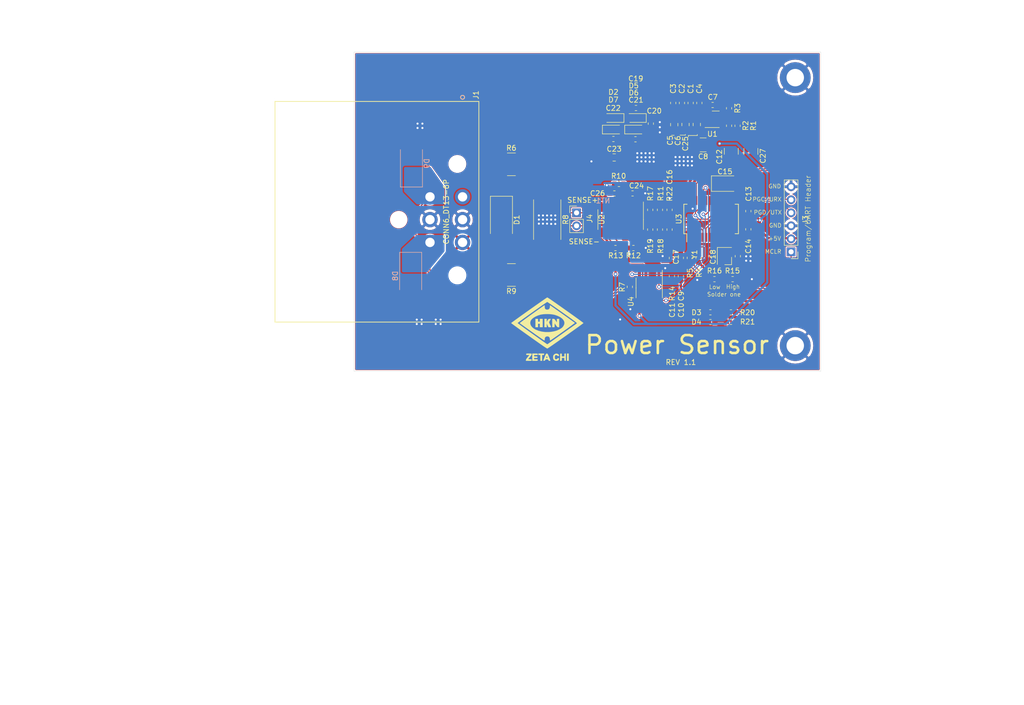
<source format=kicad_pcb>
(kicad_pcb (version 20171130) (host pcbnew "(5.1.2)-2")
  (title_block (title "Power Sense Module") (date 2019-12-18) (rev 1.0) (company "University of Central Florida - HKN Zeta Chi"))
  (layers (0 F.Cu signal) (31 B.Cu signal) (34 B.Paste user) (35 F.Paste user) (36 B.SilkS user hide) (37 F.SilkS user hide) (38 B.Mask user) (39 F.Mask user) (44 Edge.Cuts user))
  (net 0 "")
  (net 1 GND)
  (net 2 +12V)
  (net 3 "Net-(C7-Pad1)")
  (net 4 +5V)
  (net 5 GNDA)
  (net 6 "/MCU and CAN/ISENSE")
  (net 7 "Net-(C15-Pad1)")
  (net 8 "/MCU and CAN/VSENSE")
  (net 9 "/MCU and CAN/OSC1")
  (net 10 "/MCU and CAN/OSC2")
  (net 11 /PWM)
  (net 12 "Net-(C19-Pad1)")
  (net 13 "Net-(C20-Pad1)")
  (net 14 "Net-(C21-Pad1)")
  (net 15 VS)
  (net 16 "Net-(D3-Pad2)")
  (net 17 "Net-(D4-Pad2)")
  (net 18 /MEAS_OUT)
  (net 19 "/MCU and CAN/PGEC")
  (net 20 "/MCU and CAN/PGED")
  (net 21 "/MCU and CAN/MCLR")
  (net 22 "Net-(R1-Pad2)")
  (net 23 "Net-(R2-Pad2)")
  (net 24 "Net-(R5-Pad2)")
  (net 25 "Net-(R10-Pad2)")
  (net 26 "Net-(R10-Pad1)")
  (net 27 "Net-(R11-Pad2)")
  (net 28 "Net-(R11-Pad1)")
  (net 29 "Net-(R15-Pad2)")
  (net 30 "Net-(R17-Pad1)")
  (net 31 "Net-(R18-Pad1)")
  (net 32 "/MCU and CAN/LED1")
  (net 33 "/MCU and CAN/LED2")
  (net 34 "/MCU and CAN/CAN_STBY")
  (net 35 "/MCU and CAN/CAN_RX")
  (net 36 "/MCU and CAN/CAN_TX")
  (net 37 /CAN+)
  (net 38 /CAN-)
  (net 39 "/MCU and CAN/SENSE-")
  (net 40 "/MCU and CAN/SENSE+")
  (net 41 "Net-(R13-Pad1)")
  (net 42 "Net-(R22-Pad2)")
  (net 43 "Net-(Y1-Pad2)")
  (module Package_SO:SOIC-14_3.9x8.7mm_P1.27mm (layer F.Cu) (at 160.91 91.875 270)
    (fp_text reference U2 (at 0 3.7 90) (layer F.SilkS))
    (fp_text value NCV2007x)
    (pad 14 smd roundrect (at 2.475 -3.81 270) (size 1.95 0.6) (layers F.Cu F.Paste F.Mask) (net 42 "Net-(R22-Pad2)"))
    (pad 13 smd roundrect (at 2.475 -2.54 270) (size 1.95 0.6) (layers F.Cu F.Paste F.Mask) (net 42 "Net-(R22-Pad2)"))
    (pad 12 smd roundrect (at 2.475 -1.27 270) (size 1.95 0.6) (layers F.Cu F.Paste F.Mask) (net 31 "Net-(R18-Pad1)"))
    (pad 11 smd roundrect (at 2.475 0 270) (size 1.95 0.6) (layers F.Cu F.Paste F.Mask) (net 5 GNDA))
    (pad 10 smd roundrect (at 2.475 1.27 270) (size 1.95 0.6) (layers F.Cu F.Paste F.Mask) (net 26 "Net-(R10-Pad1)"))
    (pad 9 smd roundrect (at 2.475 2.54 270) (size 1.95 0.6) (layers F.Cu F.Paste F.Mask) (net 28 "Net-(R11-Pad1)"))
    (pad 8 smd roundrect (at 2.475 3.81 270) (size 1.95 0.6) (layers F.Cu F.Paste F.Mask) (net 41 "Net-(R13-Pad1)"))
    (pad 7 smd roundrect (at -2.475 3.81 270) (size 1.95 0.6) (layers F.Cu F.Paste F.Mask) (net 25 "Net-(R10-Pad2)"))
    (pad 6 smd roundrect (at -2.475 2.54 270) (size 1.95 0.6) (layers F.Cu F.Paste F.Mask) (net 25 "Net-(R10-Pad2)"))
    (pad 5 smd roundrect (at -2.475 1.27 270) (size 1.95 0.6) (layers F.Cu F.Paste F.Mask) (net 40 "/MCU and CAN/SENSE+"))
    (pad 4 smd roundrect (at -2.475 0 270) (size 1.95 0.6) (layers F.Cu F.Paste F.Mask) (net 15 VS))
    (pad 3 smd roundrect (at -2.475 -1.27 270) (size 1.95 0.6) (layers F.Cu F.Paste F.Mask) (net 39 "/MCU and CAN/SENSE-"))
    (pad 2 smd roundrect (at -2.475 -2.54 270) (size 1.95 0.6) (layers F.Cu F.Paste F.Mask) (net 27 "Net-(R11-Pad2)"))
    (pad 1 smd roundrect (at -2.475 -3.81 270) (size 1.95 0.6) (layers F.Cu F.Paste F.Mask) (net 27 "Net-(R11-Pad2)"))
  )
  (module ABRACON_4PIN:Crystal_SMD_S2.05mm_L2.55 (layer F.Cu) (at 182.26 100.32 90)
    (fp_text reference Y1 (at 1.648 -6.948 270) (layer F.SilkS))
    (fp_text value "25 MHz")
    (pad 4 smd roundrect (at 0.5 -1.75 90) (size 1.15 1.05) (layers F.Cu F.Paste F.Mask) (net 1 GND))
    (pad 3 smd roundrect (at 2.15 -1.75 90) (size 1.15 1.05) (layers F.Cu F.Paste F.Mask) (net 9 "/MCU and CAN/OSC1"))
    (pad 2 smd roundrect (at 2.15 -0.508 90) (size 1.15 1.05) (layers F.Cu F.Paste F.Mask) (net 43 "Net-(Y1-Pad2)"))
    (pad 1 smd roundrect (at 0.5 -0.5 90) (size 1.15 1.05) (layers F.Cu F.Paste F.Mask) (net 10 "/MCU and CAN/OSC2"))
  )
  (module NetTie:NetTie-2_SMD_Pad2.0mm (layer B.Cu) (at 157.46 86.195)
    (fp_text reference NT1 (at 0 2) (layer B.SilkS) (effects (justify mirror)))
    (fp_text value Net-Tie_2 hide)
    (fp_poly (pts (xy -2 1) (xy 2 1) (xy 2 -1) (xy -2 -1)) (layer B.Cu) (width 0))
    (pad 2 smd circle (at 2 0) (size 2 2) (layers B.Cu) (net 5 GNDA))
    (pad 1 smd circle (at -2 0) (size 2 2) (layers B.Cu) (net 1 GND))
  )
  (module Connector_TE:DT13-6P (layer F.Cu) (at 130.08 87.44 90)
    (fp_text reference J1 (at 19.89 2.62 90) (layer F.SilkS))
    (fp_text value CONN6_DT13-6P (at -2.9083 -3.175 90) (layer F.SilkS))
    (fp_text user * (at 0 0 90) (layer F.SilkS))
    (pad "" np_thru_hole circle (at -4.445 -12.446 90) (size 3 3) (drill 3) (layers *.Cu *.Mask Dwgs.User))
    (pad "" np_thru_hole circle (at 6.4262 -1.016 90) (size 3 3) (drill 3) (layers *.Cu *.Mask Dwgs.User))
    (pad "" np_thru_hole circle (at -15.3162 -1.016 90) (size 3 3) (drill 3) (layers *.Cu *.Mask Dwgs.User))
    (pad 3 thru_hole circle (at -8.89 0 90) (size 3 3) (drill 1.8288) (layers *.Cu *.Mask Dwgs.User) (net 18 /MEAS_OUT))
    (pad 4 thru_hole circle (at -8.89 -6.35 90) (size 3 3) (drill 1.8288) (layers *.Cu *.Mask Dwgs.User) (net 37 /CAN+))
    (pad 2 thru_hole circle (at -4.445 0 90) (size 3 3) (drill 1.8288) (layers *.Cu *.Mask Dwgs.User) (net 1 GND))
    (pad 5 thru_hole circle (at -4.445 -6.35 90) (size 3 3) (drill 1.8288) (layers *.Cu *.Mask Dwgs.User) (net 1 GND))
    (pad 1 thru_hole circle (at 0 0 90) (size 3 3) (drill 1.8288) (layers *.Cu *.Mask Dwgs.User) (net 2 +12V))
    (pad 6 thru_hole circle (at 0 -6.35 90) (size 3 3) (drill 1.8288) (layers *.Cu *.Mask Dwgs.User) (net 38 /CAN-))
  )
  (module Symbol:Symbol_Highvoltage_Type1_CopperTop_Small (layer F.Cu) (at 193.135 73.095)
    (fp_text reference Danger hide)
    (fp_text value Symbol_Highvoltage_Type1_CopperTop_Small hide)
    (fp_line (start -0.127 1.524) (end -0.254 1.016) (layer F.Cu) (width 0.381))
    (fp_line (start 1.016 -0.762) (end -0.127 1.524) (layer F.Cu) (width 0.381))
    (fp_line (start -0.381 -0.762) (end 1.016 -0.762) (layer F.Cu) (width 0.381))
    (fp_line (start 1.25 -3.2) (end -0.381 -0.762) (layer F.Cu) (width 0.381))
    (fp_line (start 1.397 -2.667) (end 1.27 -3.175) (layer F.Cu) (width 0.381))
    (fp_line (start 2.159 -3.175) (end 1.397 -2.667) (layer F.Cu) (width 0.381))
    (fp_line (start 0.381 -1.143) (end 2.159 -3.175) (layer F.Cu) (width 0.381))
    (fp_line (start 1.651 -1.143) (end 0.381 -1.143) (layer F.Cu) (width 0.381))
    (fp_line (start -0.127 1.651) (end 1.651 -1.143) (layer F.Cu) (width 0.381))
    (fp_line (start 0.381 1.397) (end -0.127 1.651) (layer F.Cu) (width 0.381))
    (fp_line (start -0.381 2.032) (end 0.381 1.397) (layer F.Cu) (width 0.381))
    (fp_line (start -0.254 1.016) (end -0.381 2.032) (layer F.Cu) (width 0.381))
    (fp_line (start 0 -0.889) (end 1.27 -0.889) (layer F.Cu) (width 0.381))
    (fp_line (start 1.397 -2.794) (end 0 -0.889) (layer F.Cu) (width 0.381))
  )
  (module Capacitor_SMD:C_1210_3225Metric_Pad1.42x2.65mm_HandSolder (layer F.Cu) (at 186.31 78.57 270)
    (fp_text reference C27 (at 0.9 -2.35 90) (layer F.SilkS))
    (fp_text value 22uF)
    (pad 2 smd roundrect (at 1.4875 0 270) (size 1.425 2.65) (layers F.Cu F.Paste F.Mask) (roundrect_rratio 0.175439) (net 1 GND))
    (pad 1 smd roundrect (at -1.4875 0 270) (size 1.425 2.65) (layers F.Cu F.Paste F.Mask) (roundrect_rratio 0.175439) (net 4 +5V))
  )
  (module Capacitor_SMD:C_1210_3225Metric_Pad1.42x2.65mm_HandSolder (layer F.Cu) (at 182.485 78.545 270)
    (fp_text reference C12 (at 1.075 2.325 90) (layer F.SilkS))
    (fp_text value 22uF)
    (pad 2 smd roundrect (at 1.4875 0 270) (size 1.425 2.65) (layers F.Cu F.Paste F.Mask) (roundrect_rratio 0.175439) (net 1 GND))
    (pad 1 smd roundrect (at -1.4875 0 270) (size 1.425 2.65) (layers F.Cu F.Paste F.Mask) (roundrect_rratio 0.175439) (net 4 +5V))
  )
  (module Capacitor_SMD:C_1210_3225Metric_Pad1.42x2.65mm_HandSolder (layer F.Cu) (at 176.9975 77.295 180)
    (fp_text reference C8 (at 0 -2.28) (layer F.SilkS))
    (fp_text value 22uF)
    (pad 2 smd roundrect (at 1.4875 0 180) (size 1.425 2.65) (layers F.Cu F.Paste F.Mask) (roundrect_rratio 0.175439) (net 1 GND))
    (pad 1 smd roundrect (at -1.4875 0 180) (size 1.425 2.65) (layers F.Cu F.Paste F.Mask) (roundrect_rratio 0.175439) (net 4 +5V))
  )
  (module Diode_SMD:D_SOD-323_HandSoldering (layer F.Cu) (at 159.45 74.3)
    (fp_text reference D7 (at 0.05 -5.8) (layer F.SilkS))
    (fp_text value DPUMP hide)
    (pad 2 smd rect (at 1.25 0) (size 1 1) (layers F.Cu F.Paste F.Mask) (net 14 "Net-(C21-Pad1)"))
    (pad 1 smd rect (at -1.25 0) (size 1 1) (layers F.Cu F.Paste F.Mask) (net 15 VS))
  )
  (module Diode_SMD:D_SOD-323_HandSoldering (layer F.Cu) (at 163.8 74.3)
    (fp_text reference D6 (at -0.34 -7.18) (layer F.SilkS))
    (fp_text value DPUMP hide)
    (pad 2 smd rect (at 1.25 0) (size 1 1) (layers F.Cu F.Paste F.Mask) (net 13 "Net-(C20-Pad1)"))
    (pad 1 smd rect (at -1.25 0) (size 1 1) (layers F.Cu F.Paste F.Mask) (net 14 "Net-(C21-Pad1)"))
  )
  (module Diode_SMD:D_SOD-323_HandSoldering (layer F.Cu) (at 163.8 72.05 180)
    (fp_text reference D5 (at 0.35 6.3) (layer F.SilkS))
    (fp_text value DPUMP hide)
    (pad 2 smd rect (at 1.25 0 180) (size 1 1) (layers F.Cu F.Paste F.Mask) (net 12 "Net-(C19-Pad1)"))
    (pad 1 smd rect (at -1.25 0 180) (size 1 1) (layers F.Cu F.Paste F.Mask) (net 13 "Net-(C20-Pad1)"))
  )
  (module Diode_SMD:D_SOD-323_HandSoldering (layer F.Cu) (at 159.45 72.05 180)
    (fp_text reference D2 (at -0.05 5.05 180) (layer F.SilkS))
    (fp_text value DPUMP hide)
    (pad 2 smd rect (at 1.25 0 180) (size 1 1) (layers F.Cu F.Paste F.Mask) (net 2 +12V))
    (pad 1 smd rect (at -1.25 0 180) (size 1 1) (layers F.Cu F.Paste F.Mask) (net 12 "Net-(C19-Pad1)"))
  )
  (module Capacitor_SMD:C_0603_1608Metric_Pad1.05x0.95mm_HandSolder (layer F.Cu) (at 159.685 86.77 180)
    (fp_text reference C26 (at 3.275 0) (layer F.SilkS))
    (fp_text value 0.1uF)
    (pad 2 smd roundrect (at 0.875 0 180) (size 1.05 0.95) (layers F.Cu F.Paste F.Mask) (net 5 GNDA))
    (pad 1 smd roundrect (at -0.875 0 180) (size 1.05 0.95) (layers F.Cu F.Paste F.Mask) (net 15 VS))
  )
  (module Resistor_SMD:R_2816_7142Metric_Pad3.20x4.45mm_HandSolder (layer F.Cu) (at 139.605 102.68 180)
    (fp_text reference R9 (at 0 -3.18) (layer F.SilkS))
    (fp_text value 0)
    (pad 2 smd roundrect (at 2.6 0 180) (size 3.2 4.45) (layers F.Cu F.Paste F.Mask) (roundrect_rratio 0.078125) (net 18 /MEAS_OUT))
    (pad 1 smd roundrect (at -2.6 0 180) (size 3.2 4.45) (layers F.Cu F.Paste F.Mask) (roundrect_rratio 0.078125) (net 39 "/MCU and CAN/SENSE-"))
  )
  (module Resistor_SMD:R_2816_7142Metric_Pad3.20x4.45mm_HandSolder (layer F.Cu) (at 139.605 81.09)
    (fp_text reference R6 (at 0 -3.18) (layer F.SilkS))
    (fp_text value 0)
    (pad 2 smd roundrect (at 2.6 0) (size 3.2 4.45) (layers F.Cu F.Paste F.Mask) (roundrect_rratio 0.078125) (net 40 "/MCU and CAN/SENSE+"))
    (pad 1 smd roundrect (at -2.6 0) (size 3.2 4.45) (layers F.Cu F.Paste F.Mask) (roundrect_rratio 0.078125) (net 2 +12V))
  )
  (module Diode_SMD:D_SMB_Handsoldering (layer B.Cu) (at 120.11 80.92 90)
    (fp_text reference D9 (at 0 3 90) (layer B.SilkS) (effects (justify mirror)))
    (fp_text value SMBJ9.0CA-13-F)
    (pad 2 smd rect (at 2.7 0 90) (size 3.5 2.3) (layers B.Cu B.Paste B.Mask) (net 1 GND))
    (pad 1 smd rect (at -2.7 0 90) (size 3.5 2.3) (layers B.Cu B.Paste B.Mask) (net 38 /CAN-))
  )
  (module Diode_SMD:D_SMB_Handsoldering (layer B.Cu) (at 119.96 102.87 270)
    (fp_text reference D8 (at 0 3 270) (layer B.SilkS) (effects (justify mirror)))
    (fp_text value SMBJ9.0CA-13-F)
    (pad 2 smd rect (at 2.7 0 270) (size 3.5 2.3) (layers B.Cu B.Paste B.Mask) (net 1 GND))
    (pad 1 smd rect (at -2.7 0 270) (size 3.5 2.3) (layers B.Cu B.Paste B.Mask) (net 37 /CAN+))
  )
  (module Diode_SMD:D_SMB_Handsoldering (layer F.Cu) (at 137.66 91.92 270)
    (fp_text reference D1 (at 0 -3 90) (layer F.SilkS))
    (fp_text value SMBJ9.0CA-13-F)
    (pad 2 smd rect (at 2.7 0 270) (size 3.5 2.3) (layers F.Cu F.Paste F.Mask) (net 1 GND))
    (pad 1 smd rect (at -2.7 0 270) (size 3.5 2.3) (layers F.Cu F.Paste F.Mask) (net 2 +12V))
  )
  (module Capacitor_SMD:C_0805_2012Metric_Pad1.15x1.40mm_HandSolder (layer F.Cu) (at 175.76 73.32 270)
    (fp_text reference C25 (at 3.75 2.225 90) (layer F.SilkS))
    (fp_text value 4.7uF)
    (pad 2 smd roundrect (at 1.025 0 270) (size 1.15 1.4) (layers F.Cu F.Paste F.Mask) (roundrect_rratio 0.217391) (net 1 GND))
    (pad 1 smd roundrect (at -1.025 0 270) (size 1.15 1.4) (layers F.Cu F.Paste F.Mask) (roundrect_rratio 0.217391) (net 2 +12V))
  )
  (module Capacitor_SMD:C_0805_2012Metric_Pad1.15x1.40mm_HandSolder (layer F.Cu) (at 173.56 73.32 270)
    (fp_text reference C6 (at 3.15 1.5 90) (layer F.SilkS))
    (fp_text value 4.7uF)
    (pad 2 smd roundrect (at 1.025 0 270) (size 1.15 1.4) (layers F.Cu F.Paste F.Mask) (roundrect_rratio 0.217391) (net 1 GND))
    (pad 1 smd roundrect (at -1.025 0 270) (size 1.15 1.4) (layers F.Cu F.Paste F.Mask) (roundrect_rratio 0.217391) (net 2 +12V))
  )
  (module Capacitor_SMD:C_0805_2012Metric_Pad1.15x1.40mm_HandSolder (layer F.Cu) (at 159.65 79.75)
    (fp_text reference C23 (at 0 -1.65) (layer F.SilkS))
    (fp_text value 4.7uF)
    (pad 2 smd roundrect (at 1.025 0) (size 1.15 1.4) (layers F.Cu F.Paste F.Mask) (roundrect_rratio 0.217391) (net 1 GND))
    (pad 1 smd roundrect (at -1.025 0) (size 1.15 1.4) (layers F.Cu F.Paste F.Mask) (roundrect_rratio 0.217391) (net 15 VS))
  )
  (module Capacitor_SMD:C_0603_1608Metric_Pad1.05x0.95mm_HandSolder (layer F.Cu) (at 159.5 76.15)
    (fp_text reference C22 (at -0.04 -6.03) (layer F.SilkS))
    (fp_text value 0.1uF)
    (pad 2 smd roundrect (at 0.875 0) (size 1.05 0.95) (layers F.Cu F.Paste F.Mask) (net 1 GND))
    (pad 1 smd roundrect (at -0.875 0) (size 1.05 0.95) (layers F.Cu F.Paste F.Mask) (net 15 VS))
  )
  (module Capacitor_SMD:C_0603_1608Metric_Pad1.05x0.95mm_HandSolder (layer F.Cu) (at 163.8 76.2)
    (fp_text reference C21 (at 0.11 -7.68) (layer F.SilkS))
    (fp_text value 0.1uF)
    (pad 2 smd roundrect (at 0.875 0) (size 1.05 0.95) (layers F.Cu F.Paste F.Mask) (net 11 /PWM))
    (pad 1 smd roundrect (at -0.875 0) (size 1.05 0.95) (layers F.Cu F.Paste F.Mask) (net 14 "Net-(C21-Pad1)"))
  )
  (module Capacitor_SMD:C_0603_1608Metric_Pad1.05x0.95mm_HandSolder (layer F.Cu) (at 166.8 73.15 270)
    (fp_text reference C20 (at -2.48 -0.66 180) (layer F.SilkS))
    (fp_text value 0.1uF)
    (pad 2 smd roundrect (at 0.875 0 270) (size 1.05 0.95) (layers F.Cu F.Paste F.Mask) (net 1 GND))
    (pad 1 smd roundrect (at -0.875 0 270) (size 1.05 0.95) (layers F.Cu F.Paste F.Mask) (net 13 "Net-(C20-Pad1)"))
  )
  (module Capacitor_SMD:C_0603_1608Metric_Pad1.05x0.95mm_HandSolder (layer F.Cu) (at 163.9 70.1)
    (fp_text reference C19 (at -0.04 -5.73) (layer F.SilkS))
    (fp_text value 0.1uF)
    (pad 2 smd roundrect (at 0.875 0) (size 1.05 0.95) (layers F.Cu F.Paste F.Mask) (net 11 /PWM))
    (pad 1 smd roundrect (at -0.875 0) (size 1.05 0.95) (layers F.Cu F.Paste F.Mask) (net 12 "Net-(C19-Pad1)"))
  )
  (module Capacitor_SMD:C_0805_2012Metric_Pad1.15x1.40mm_HandSolder (layer F.Cu) (at 171.36 73.345 270)
    (fp_text reference C5 (at 3.075 0.8 90) (layer F.SilkS))
    (fp_text value 4.7uF)
    (pad 2 smd roundrect (at 1.025 0 270) (size 1.15 1.4) (layers F.Cu F.Paste F.Mask) (roundrect_rratio 0.217391) (net 1 GND))
    (pad 1 smd roundrect (at -1.025 0 270) (size 1.15 1.4) (layers F.Cu F.Paste F.Mask) (roundrect_rratio 0.217391) (net 2 +12V))
  )
  (module Logo:HKNZetaChi (layer F.Cu) (at 146.61 113.22)
    (fp_text reference G1 hide)
    (fp_text value LOGO hide)
  )
  (module Connector_PinHeader_2.54mm:PinHeader_1x02_P2.54mm_Vertical (layer F.Cu) (at 152.31 90.55)
    (fp_text reference J4 (at 2.56 1.12 90) (layer F.SilkS))
    (fp_text value "Board Interconnect")
    (pad 2 thru_hole oval (at 0 2.54) (size 1.7 1.7) (drill 1) (layers *.Cu *.Mask Dwgs.User) (net 39 "/MCU and CAN/SENSE-"))
    (pad 1 thru_hole rect (at 0 0) (size 1.7 1.7) (drill 1) (layers *.Cu *.Mask Dwgs.User) (net 40 "/MCU and CAN/SENSE+"))
  )
  (module Capacitor_SMD:C_0603_1608Metric_Pad1.05x0.95mm_HandSolder (layer F.Cu) (at 163.235 86.77)
    (fp_text reference C24 (at 0.775 -1.5 180) (layer F.SilkS))
    (fp_text value 0.01uF)
    (pad 2 smd roundrect (at 0.875 0) (size 1.05 0.95) (layers F.Cu F.Paste F.Mask) (net 5 GNDA))
    (pad 1 smd roundrect (at -0.875 0) (size 1.05 0.95) (layers F.Cu F.Paste F.Mask) (net 15 VS))
  )
  (module MountingHole:MountingHole_2.7mm_M2.5_Pad (layer F.Cu) (at 194.96 116.47)
    (fp_text reference H2 hide)
    (fp_text value " ")
    (pad 1 thru_hole circle (at 0 0) (size 6 6) (drill 3.4) (layers *.Cu *.Mask) (net 1 GND))
  )
  (module MountingHole:MountingHole_2.7mm_M2.5_Pad (layer F.Cu) (at 194.96 64.17)
    (fp_text reference H1 hide)
    (fp_text value " ")
    (pad 1 thru_hole circle (at 0 0) (size 6 6) (drill 3.4) (layers *.Cu *.Mask) (net 1 GND))
  )
  (module Package_SO:SOIC-8_3.9x4.9mm_P1.27mm (layer F.Cu) (at 166.475 105.2 270)
    (fp_text reference U4 (at 2.67 3.565 90) (layer F.SilkS))
    (fp_text value MCP2542FDxMF)
    (pad 8 smd roundrect (at 2.475 -1.905 270) (size 1.95 0.6) (layers F.Cu F.Paste F.Mask) (net 34 "/MCU and CAN/CAN_STBY"))
    (pad 7 smd roundrect (at 2.475 -0.635 270) (size 1.95 0.6) (layers F.Cu F.Paste F.Mask) (net 37 /CAN+))
    (pad 6 smd roundrect (at 2.475 0.635 270) (size 1.95 0.6) (layers F.Cu F.Paste F.Mask) (net 38 /CAN-))
    (pad 5 smd roundrect (at 2.475 1.905 270) (size 1.95 0.6) (layers F.Cu F.Paste F.Mask) (net 4 +5V))
    (pad 4 smd roundrect (at -2.475 1.905 270) (size 1.95 0.6) (layers F.Cu F.Paste F.Mask) (net 35 "/MCU and CAN/CAN_RX"))
    (pad 3 smd roundrect (at -2.475 0.635 270) (size 1.95 0.6) (layers F.Cu F.Paste F.Mask) (net 4 +5V))
    (pad 2 smd roundrect (at -2.475 -0.635 270) (size 1.95 0.6) (layers F.Cu F.Paste F.Mask) (net 1 GND))
    (pad 1 smd roundrect (at -2.475 -1.905 270) (size 1.95 0.6) (layers F.Cu F.Paste F.Mask) (net 36 "/MCU and CAN/CAN_TX"))
  )
  (module Package_SO:SSOP-28_5.3x10.2mm_P0.65mm (layer F.Cu) (at 178.55 91.75 90)
    (fp_text reference U3 (at -0.02 -6.29 90) (layer F.SilkS))
    (fp_text value dsPIC33EV32GM102)
    (pad 28 smd rect (at 3.6 -4.225 90) (size 1.75 0.45) (layers F.Cu F.Paste F.Mask) (net 4 +5V))
    (pad 27 smd rect (at 3.6 -3.575 90) (size 1.75 0.45) (layers F.Cu F.Paste F.Mask) (net 5 GNDA))
    (pad 26 smd rect (at 3.6 -2.925 90) (size 1.75 0.45) (layers F.Cu F.Paste F.Mask) (net 33 "/MCU and CAN/LED2"))
    (pad 25 smd rect (at 3.6 -2.275 90) (size 1.75 0.45) (layers F.Cu F.Paste F.Mask) (net 32 "/MCU and CAN/LED1"))
    (pad 24 smd rect (at 3.6 -1.625 90) (size 1.75 0.45) (layers F.Cu F.Paste F.Mask) (net 34 "/MCU and CAN/CAN_STBY"))
    (pad 23 smd rect (at 3.6 -0.975 90) (size 1.75 0.45) (layers F.Cu F.Paste F.Mask) (net 35 "/MCU and CAN/CAN_RX"))
    (pad 22 smd rect (at 3.6 -0.325 90) (size 1.75 0.45) (layers F.Cu F.Paste F.Mask) (net 36 "/MCU and CAN/CAN_TX"))
    (pad 21 smd rect (at 3.6 0.325 90) (size 1.75 0.45) (layers F.Cu F.Paste F.Mask) (net 11 /PWM))
    (pad 20 smd rect (at 3.6 0.975 90) (size 1.75 0.45) (layers F.Cu F.Paste F.Mask) (net 7 "Net-(C15-Pad1)"))
    (pad 19 smd rect (at 3.6 1.625 90) (size 1.75 0.45) (layers F.Cu F.Paste F.Mask) (net 1 GND))
    (pad 18 smd rect (at 3.6 2.275 90) (size 1.75 0.45) (layers F.Cu F.Paste F.Mask) (net 1 GND))
    (pad 17 smd rect (at 3.6 2.925 90) (size 1.75 0.45) (layers F.Cu F.Paste F.Mask) (net 1 GND))
    (pad 16 smd rect (at 3.6 3.575 90) (size 1.75 0.45) (layers F.Cu F.Paste F.Mask) (net 1 GND))
    (pad 15 smd rect (at 3.6 4.225 90) (size 1.75 0.45) (layers F.Cu F.Paste F.Mask) (net 1 GND))
    (pad 14 smd rect (at -3.6 4.225 90) (size 1.75 0.45) (layers F.Cu F.Paste F.Mask) (net 1 GND))
    (pad 13 smd rect (at -3.6 3.575 90) (size 1.75 0.45) (layers F.Cu F.Paste F.Mask) (net 4 +5V))
    (pad 12 smd rect (at -3.6 2.925 90) (size 1.75 0.45) (layers F.Cu F.Paste F.Mask) (net 1 GND))
    (pad 11 smd rect (at -3.6 2.275 90) (size 1.75 0.45) (layers F.Cu F.Paste F.Mask) (net 1 GND))
    (pad 10 smd rect (at -3.6 1.625 90) (size 1.75 0.45) (layers F.Cu F.Paste F.Mask) (net 10 "/MCU and CAN/OSC2"))
    (pad 9 smd rect (at -3.6 0.975 90) (size 1.75 0.45) (layers F.Cu F.Paste F.Mask) (net 9 "/MCU and CAN/OSC1"))
    (pad 8 smd rect (at -3.6 0.325 90) (size 1.75 0.45) (layers F.Cu F.Paste F.Mask) (net 1 GND))
    (pad 7 smd rect (at -3.6 -0.325 90) (size 1.75 0.45) (layers F.Cu F.Paste F.Mask) (net 20 "/MCU and CAN/PGED"))
    (pad 6 smd rect (at -3.6 -0.975 90) (size 1.75 0.45) (layers F.Cu F.Paste F.Mask) (net 19 "/MCU and CAN/PGEC"))
    (pad 5 smd rect (at -3.6 -1.625 90) (size 1.75 0.45) (layers F.Cu F.Paste F.Mask) (net 8 "/MCU and CAN/VSENSE"))
    (pad 4 smd rect (at -3.6 -2.275 90) (size 1.75 0.45) (layers F.Cu F.Paste F.Mask) (net 6 "/MCU and CAN/ISENSE"))
    (pad 3 smd rect (at -3.6 -2.925 90) (size 1.75 0.45) (layers F.Cu F.Paste F.Mask) (net 29 "Net-(R15-Pad2)"))
    (pad 2 smd rect (at -3.6 -3.575 90) (size 1.75 0.45) (layers F.Cu F.Paste F.Mask) (net 1 GND))
    (pad 1 smd rect (at -3.6 -4.225 90) (size 1.75 0.45) (layers F.Cu F.Paste F.Mask) (net 24 "Net-(R5-Pad2)"))
  )
  (module Package_LGA:Texas_SIL0008D_MicroSiP-8-1EP_2.8x3mm_P0.65mm_EP1.1x1.9mm (layer F.Cu) (at 178.753 72.306)
    (fp_text reference U1 (at 0.057 2.864) (layer F.SilkS))
    (fp_text value TPS82150)
    (pad 9 smd roundrect (at 0 0) (size 1.1 1.9) (layers F.Cu F.Mask) (roundrect_rratio 0.227273) (net 1 GND))
    (pad 1 smd roundrect (at -1.0625 -0.975) (size 0.625 0.5) (layers F.Cu F.Paste F.Mask) (net 2 +12V))
    (pad 2 smd roundrect (at -1.0625 -0.325) (size 0.625 0.5) (layers F.Cu F.Paste F.Mask) (net 2 +12V))
    (pad 3 smd roundrect (at -1.0625 0.325) (size 0.625 0.5) (layers F.Cu F.Paste F.Mask) (net 1 GND))
    (pad 4 smd roundrect (at -1.0625 0.975) (size 0.625 0.5) (layers F.Cu F.Paste F.Mask) (net 4 +5V))
    (pad 5 smd roundrect (at 1.0625 0.975) (size 0.625 0.5) (layers F.Cu F.Paste F.Mask) (net 4 +5V))
    (pad 6 smd roundrect (at 1.0625 0.325) (size 0.625 0.5) (layers F.Cu F.Paste F.Mask) (net 23 "Net-(R2-Pad2)"))
    (pad 7 smd roundrect (at 1.0625 -0.325) (size 0.625 0.5) (layers F.Cu F.Paste F.Mask) (net 22 "Net-(R1-Pad2)"))
    (pad 8 smd roundrect (at 1.0625 -0.975) (size 0.625 0.5) (layers F.Cu F.Paste F.Mask) (net 3 "Net-(C7-Pad1)"))
  )
  (module Resistor_SMD:R_0603_1608Metric_Pad1.05x0.95mm_HandSolder (layer F.Cu) (at 170.45 93.825 270)
    (fp_text reference R22 (at -6.955 -0.01 90) (layer F.SilkS))
    (fp_text value 1k)
    (pad 2 smd roundrect (at 0.875 0 270) (size 1.05 0.95) (layers F.Cu F.Paste F.Mask) (net 42 "Net-(R22-Pad2)"))
    (pad 1 smd roundrect (at -0.875 0 270) (size 1.05 0.95) (layers F.Cu F.Paste F.Mask) (net 8 "/MCU and CAN/VSENSE"))
  )
  (module Resistor_SMD:R_0603_1608Metric_Pad1.05x0.95mm_HandSolder (layer F.Cu) (at 182.42 111.84)
    (fp_text reference R21 (at 3.24 -0.02) (layer F.SilkS))
    (fp_text value 300)
    (pad 2 smd roundrect (at 0.875 0) (size 1.05 0.95) (layers F.Cu F.Paste F.Mask) (net 33 "/MCU and CAN/LED2"))
    (pad 1 smd roundrect (at -0.875 0) (size 1.05 0.95) (layers F.Cu F.Paste F.Mask) (net 17 "Net-(D4-Pad2)"))
  )
  (module Resistor_SMD:R_0603_1608Metric_Pad1.05x0.95mm_HandSolder (layer F.Cu) (at 182.42 109.99)
    (fp_text reference R20 (at 3.24 0.03) (layer F.SilkS))
    (fp_text value 300)
    (pad 2 smd roundrect (at 0.875 0) (size 1.05 0.95) (layers F.Cu F.Paste F.Mask) (net 32 "/MCU and CAN/LED1"))
    (pad 1 smd roundrect (at -0.875 0) (size 1.05 0.95) (layers F.Cu F.Paste F.Mask) (net 16 "Net-(D3-Pad2)"))
  )
  (module Resistor_SMD:R_0603_1608Metric_Pad1.05x0.95mm_HandSolder (layer F.Cu) (at 166.675 93.825 90)
    (fp_text reference R19 (at -3.225 0.025 270) (layer F.SilkS))
    (fp_text value 4.99k)
    (pad 2 smd roundrect (at 0.875 0 90) (size 1.05 0.95) (layers F.Cu F.Paste F.Mask) (net 31 "Net-(R18-Pad1)"))
    (pad 1 smd roundrect (at -0.875 0 90) (size 1.05 0.95) (layers F.Cu F.Paste F.Mask) (net 5 GNDA))
  )
  (module Resistor_SMD:R_0603_1608Metric_Pad1.05x0.95mm_HandSolder (layer F.Cu) (at 168.575 93.825 90)
    (fp_text reference R18 (at -3.225 0.125 90) (layer F.SilkS))
    (fp_text value 10k)
    (pad 2 smd roundrect (at 0.875 0 90) (size 1.05 0.95) (layers F.Cu F.Paste F.Mask) (net 30 "Net-(R17-Pad1)"))
    (pad 1 smd roundrect (at -0.875 0 90) (size 1.05 0.95) (layers F.Cu F.Paste F.Mask) (net 31 "Net-(R18-Pad1)"))
  )
  (module Resistor_SMD:R_0603_1608Metric_Pad1.05x0.95mm_HandSolder (layer F.Cu) (at 166.675 89.975 90)
    (fp_text reference R17 (at 3.175 0.025 90) (layer F.SilkS))
    (fp_text value 4.99k)
    (pad 2 smd roundrect (at 0.875 0 90) (size 1.05 0.95) (layers F.Cu F.Paste F.Mask) (net 27 "Net-(R11-Pad2)"))
    (pad 1 smd roundrect (at -0.875 0 90) (size 1.05 0.95) (layers F.Cu F.Paste F.Mask) (net 30 "Net-(R17-Pad1)"))
  )
  (module Resistor_SMD:R_0603_1608Metric_Pad1.05x0.95mm_HandSolder (layer F.Cu) (at 179.2 103.5 180)
    (fp_text reference R16 (at -0.01 1.63) (layer F.SilkS))
    (fp_text value 10k)
    (pad 2 smd roundrect (at 0.875 0 180) (size 1.05 0.95) (layers F.Cu F.Paste F.Mask) (net 1 GND))
    (pad 1 smd roundrect (at -0.875 0 180) (size 1.05 0.95) (layers F.Cu F.Paste F.Mask) (net 29 "Net-(R15-Pad2)"))
  )
  (module Resistor_SMD:R_0603_1608Metric_Pad1.05x0.95mm_HandSolder (layer F.Cu) (at 182.75 103.5 180)
    (fp_text reference R15 (at 0.04 1.63) (layer F.SilkS))
    (fp_text value 10k)
    (pad 2 smd roundrect (at 0.875 0 180) (size 1.05 0.95) (layers F.Cu F.Paste F.Mask) (net 29 "Net-(R15-Pad2)"))
    (pad 1 smd roundrect (at -0.875 0 180) (size 1.05 0.95) (layers F.Cu F.Paste F.Mask) (net 4 +5V))
  )
  (module Resistor_SMD:R_0603_1608Metric_Pad1.05x0.95mm_HandSolder (layer F.Cu) (at 170.9 99.375 270)
    (fp_text reference R14 (at 6.925 -0.05 90) (layer F.SilkS))
    (fp_text value 1k)
    (pad 2 smd roundrect (at 0.875 0 270) (size 1.05 0.95) (layers F.Cu F.Paste F.Mask) (net 41 "Net-(R13-Pad1)"))
    (pad 1 smd roundrect (at -0.875 0 270) (size 1.05 0.95) (layers F.Cu F.Paste F.Mask) (net 6 "/MCU and CAN/ISENSE"))
  )
  (module Resistor_SMD:R_0603_1608Metric_Pad1.05x0.95mm_HandSolder (layer F.Cu) (at 159.9 97.425)
    (fp_text reference R13 (at 0.05 1.475) (layer F.SilkS))
    (fp_text value 75k)
    (pad 2 smd roundrect (at 0.875 0) (size 1.05 0.95) (layers F.Cu F.Paste F.Mask) (net 28 "Net-(R11-Pad1)"))
    (pad 1 smd roundrect (at -0.875 0) (size 1.05 0.95) (layers F.Cu F.Paste F.Mask) (net 41 "Net-(R13-Pad1)"))
  )
  (module Resistor_SMD:R_0603_1608Metric_Pad1.05x0.95mm_HandSolder (layer F.Cu) (at 163.4 97.425)
    (fp_text reference R12 (at 0 1.475) (layer F.SilkS))
    (fp_text value 75k)
    (pad 2 smd roundrect (at 0.875 0) (size 1.05 0.95) (layers F.Cu F.Paste F.Mask) (net 5 GNDA))
    (pad 1 smd roundrect (at -0.875 0) (size 1.05 0.95) (layers F.Cu F.Paste F.Mask) (net 26 "Net-(R10-Pad1)"))
  )
  (module Resistor_SMD:R_0603_1608Metric_Pad1.05x0.95mm_HandSolder (layer F.Cu) (at 168.575 89.975 90)
    (fp_text reference R11 (at 3.175 0.125 90) (layer F.SilkS))
    (fp_text value 1.2k)
    (pad 2 smd roundrect (at 0.875 0 90) (size 1.05 0.95) (layers F.Cu F.Paste F.Mask) (net 27 "Net-(R11-Pad2)"))
    (pad 1 smd roundrect (at -0.875 0 90) (size 1.05 0.95) (layers F.Cu F.Paste F.Mask) (net 28 "Net-(R11-Pad1)"))
  )
  (module Resistor_SMD:R_0603_1608Metric_Pad1.05x0.95mm_HandSolder (layer F.Cu) (at 160.575 84.925 180)
    (fp_text reference R10 (at 0.065 1.555 180) (layer F.SilkS))
    (fp_text value 1.2k)
    (pad 2 smd roundrect (at 0.875 0 180) (size 1.05 0.95) (layers F.Cu F.Paste F.Mask) (net 25 "Net-(R10-Pad2)"))
    (pad 1 smd roundrect (at -0.875 0 180) (size 1.05 0.95) (layers F.Cu F.Paste F.Mask) (net 26 "Net-(R10-Pad1)"))
  )
  (module Resistor_SMD:R_4020_10251Metric_Pad1.65x5.30mm_HandSolder (layer F.Cu) (at 146.59 91.885 270)
    (fp_text reference R8 (at 0 -3.6 90) (layer F.SilkS))
    (fp_text value 4m)
    (pad 2 smd roundrect (at 4.9 0 270) (size 1.65 5.3) (layers F.Cu F.Paste F.Mask) (roundrect_rratio 0.151515) (net 39 "/MCU and CAN/SENSE-"))
    (pad 1 smd roundrect (at -4.9 0 270) (size 1.65 5.3) (layers F.Cu F.Paste F.Mask) (roundrect_rratio 0.151515) (net 40 "/MCU and CAN/SENSE+"))
  )
  (module Resistor_SMD:R_0603_1608Metric_Pad1.05x0.95mm_HandSolder (layer F.Cu) (at 162.7 105 270)
    (fp_text reference R7 (at 0.05 1.5 90) (layer F.SilkS))
    (fp_text value 120)
    (pad 2 smd roundrect (at 0.875 0 270) (size 1.05 0.95) (layers F.Cu F.Paste F.Mask) (net 38 /CAN-))
    (pad 1 smd roundrect (at -0.875 0 270) (size 1.05 0.95) (layers F.Cu F.Paste F.Mask) (net 37 /CAN+))
  )
  (module Resistor_SMD:R_0603_1608Metric_Pad1.05x0.95mm_HandSolder (layer F.Cu) (at 174.4 99.35 90)
    (fp_text reference R5 (at -2.97 0.05 90) (layer F.SilkS))
    (fp_text value 470)
    (pad 2 smd roundrect (at 0.875 0 90) (size 1.05 0.95) (layers F.Cu F.Paste F.Mask) (net 24 "Net-(R5-Pad2)"))
    (pad 1 smd roundrect (at -0.875 0 90) (size 1.05 0.95) (layers F.Cu F.Paste F.Mask) (net 21 "/MCU and CAN/MCLR"))
  )
  (module Resistor_SMD:R_0603_1608Metric_Pad1.05x0.95mm_HandSolder (layer F.Cu) (at 176.1 99.35 90)
    (fp_text reference R4 (at -2.87 0.11 90) (layer F.SilkS))
    (fp_text value 10k)
    (pad 2 smd roundrect (at 0.875 0 90) (size 1.05 0.95) (layers F.Cu F.Paste F.Mask) (net 21 "/MCU and CAN/MCLR"))
    (pad 1 smd roundrect (at -0.875 0 90) (size 1.05 0.95) (layers F.Cu F.Paste F.Mask) (net 4 +5V))
  )
  (module Resistor_SMD:R_0603_1608Metric_Pad1.05x0.95mm_HandSolder (layer F.Cu) (at 182.055 70.147 90)
    (fp_text reference R3 (at 0 1.651 90) (layer F.SilkS))
    (fp_text value 100k)
    (pad 2 smd roundrect (at 0.875 0 90) (size 1.05 0.95) (layers F.Cu F.Paste F.Mask) (net 1 GND))
    (pad 1 smd roundrect (at -0.875 0 90) (size 1.05 0.95) (layers F.Cu F.Paste F.Mask) (net 23 "Net-(R2-Pad2)"))
  )
  (module Resistor_SMD:R_0603_1608Metric_Pad1.05x0.95mm_HandSolder (layer F.Cu) (at 182.055 73.562 90)
    (fp_text reference R2 (at 0.017 3.23 90) (layer F.SilkS))
    (fp_text value 523k)
    (pad 2 smd roundrect (at 0.875 0 90) (size 1.05 0.95) (layers F.Cu F.Paste F.Mask) (net 23 "Net-(R2-Pad2)"))
    (pad 1 smd roundrect (at -0.875 0 90) (size 1.05 0.95) (layers F.Cu F.Paste F.Mask) (net 4 +5V))
  )
  (module Resistor_SMD:R_0603_1608Metric_Pad1.05x0.95mm_HandSolder (layer F.Cu) (at 183.71 73.57 90)
    (fp_text reference R1 (at 0 3.075 90) (layer F.SilkS))
    (fp_text value 100k)
    (pad 2 smd roundrect (at 0.875 0 90) (size 1.05 0.95) (layers F.Cu F.Paste F.Mask) (net 22 "Net-(R1-Pad2)"))
    (pad 1 smd roundrect (at -0.875 0 90) (size 1.05 0.95) (layers F.Cu F.Paste F.Mask) (net 4 +5V))
  )
  (module Connector_PinHeader_2.54mm:PinHeader_1x06_P2.54mm_Vertical (layer F.Cu) (at 194.15 98.17 180)
    (fp_text reference J3 (at -2.8 6.25 90) (layer F.SilkS))
    (fp_text value "Programming Header")
    (pad 1 thru_hole rect (at 0 0 180) (size 1.7 1.7) (drill 1) (layers *.Cu *.Mask Dwgs.User) (net 21 "/MCU and CAN/MCLR"))
    (pad 2 thru_hole oval (at 0 2.54 180) (size 1.7 1.7) (drill 1) (layers *.Cu *.Mask Dwgs.User) (net 4 +5V))
    (pad 3 thru_hole oval (at 0 5.08 180) (size 1.7 1.7) (drill 1) (layers *.Cu *.Mask Dwgs.User) (net 1 GND))
    (pad 4 thru_hole oval (at 0 7.62 180) (size 1.7 1.7) (drill 1) (layers *.Cu *.Mask Dwgs.User) (net 20 "/MCU and CAN/PGED"))
    (pad 5 thru_hole oval (at 0 10.16 180) (size 1.7 1.7) (drill 1) (layers *.Cu *.Mask Dwgs.User) (net 19 "/MCU and CAN/PGEC"))
    (pad 6 thru_hole oval (at 0 12.7 180) (size 1.7 1.7) (drill 1) (layers *.Cu *.Mask Dwgs.User) (net 1 GND))
  )
  (module Resistor_SMD:R_0603_1608Metric_Pad1.05x0.95mm_HandSolder (layer F.Cu) (at 178.41 111.87)
    (fp_text reference D4 (at -2.71 -0.02) (layer F.SilkS))
    (fp_text value RED_LED)
    (pad 2 smd roundrect (at 0.875 0) (size 1.05 0.95) (layers F.Cu F.Paste F.Mask) (net 17 "Net-(D4-Pad2)"))
    (pad 1 smd roundrect (at -0.875 0) (size 1.05 0.95) (layers F.Cu F.Paste F.Mask) (net 1 GND))
  )
  (module Resistor_SMD:R_0603_1608Metric_Pad1.05x0.95mm_HandSolder (layer F.Cu) (at 178.41 109.97)
    (fp_text reference D3 (at -2.71 0.03) (layer F.SilkS))
    (fp_text value GREEN_LED)
    (pad 2 smd roundrect (at 0.875 0) (size 1.05 0.95) (layers F.Cu F.Paste F.Mask) (net 16 "Net-(D3-Pad2)"))
    (pad 1 smd roundrect (at -0.875 0) (size 1.05 0.95) (layers F.Cu F.Paste F.Mask) (net 1 GND))
  )
  (module Capacitor_SMD:C_0603_1608Metric_Pad1.05x0.95mm_HandSolder (layer F.Cu) (at 183.76 99.02 90)
    (fp_text reference C18 (at -0.152 -4.848 90) (layer F.SilkS))
    (fp_text value 10pF)
    (pad 2 smd roundrect (at 0.875 0 90) (size 1.05 0.95) (layers F.Cu F.Paste F.Mask) (net 1 GND))
    (pad 1 smd roundrect (at -0.875 0 90) (size 1.05 0.95) (layers F.Cu F.Paste F.Mask) (net 10 "/MCU and CAN/OSC2"))
  )
  (module Capacitor_SMD:C_0603_1608Metric_Pad1.05x0.95mm_HandSolder (layer F.Cu) (at 178.56 99.02 270)
    (fp_text reference C17 (at 0.152 6.848 270) (layer F.SilkS))
    (fp_text value 10pF)
    (pad 2 smd roundrect (at 0.875 0 270) (size 1.05 0.95) (layers F.Cu F.Paste F.Mask) (net 1 GND))
    (pad 1 smd roundrect (at -0.875 0 270) (size 1.05 0.95) (layers F.Cu F.Paste F.Mask) (net 9 "/MCU and CAN/OSC1"))
  )
  (module Capacitor_SMD:C_0603_1608Metric_Pad1.05x0.95mm_HandSolder (layer F.Cu) (at 170.45 89.975 90)
    (fp_text reference C16 (at 6.405 0 90) (layer F.SilkS))
    (fp_text value 33nF)
    (pad 2 smd roundrect (at 0.875 0 90) (size 1.05 0.95) (layers F.Cu F.Paste F.Mask) (net 5 GNDA))
    (pad 1 smd roundrect (at -0.875 0 90) (size 1.05 0.95) (layers F.Cu F.Paste F.Mask) (net 8 "/MCU and CAN/VSENSE"))
  )
  (module Capacitor_Tantalum_SMD:CP_EIA-3528-12_Kemet-T_Pad1.50x2.35mm_HandSolder (layer F.Cu) (at 181.25 84.85)
    (fp_text reference C15 (at 0 -2.35) (layer F.SilkS))
    (fp_text value 10uF)
    (pad 2 smd roundrect (at 1.625 0) (size 1.5 2.35) (layers F.Cu F.Paste F.Mask) (roundrect_rratio 0.166667) (net 1 GND))
    (pad 1 smd roundrect (at -1.625 0) (size 1.5 2.35) (layers F.Cu F.Paste F.Mask) (roundrect_rratio 0.166667) (net 7 "Net-(C15-Pad1)"))
  )
  (module Capacitor_SMD:C_0603_1608Metric_Pad1.05x0.95mm_HandSolder (layer F.Cu) (at 185.81 93.775 270)
    (fp_text reference C14 (at 3.295 0 90) (layer F.SilkS))
    (fp_text value 0.1uF)
    (pad 2 smd roundrect (at 0.875 0 270) (size 1.05 0.95) (layers F.Cu F.Paste F.Mask) (net 1 GND))
    (pad 1 smd roundrect (at -0.875 0 270) (size 1.05 0.95) (layers F.Cu F.Paste F.Mask) (net 4 +5V))
  )
  (module Capacitor_SMD:C_0603_1608Metric_Pad1.05x0.95mm_HandSolder (layer F.Cu) (at 185.81 90.22 90)
    (fp_text reference C13 (at 3.35 0.05 90) (layer F.SilkS))
    (fp_text value 0.01uF)
    (pad 2 smd roundrect (at 0.875 0 90) (size 1.05 0.95) (layers F.Cu F.Paste F.Mask) (net 1 GND))
    (pad 1 smd roundrect (at -0.875 0 90) (size 1.05 0.95) (layers F.Cu F.Paste F.Mask) (net 4 +5V))
  )
  (module Capacitor_SMD:C_0603_1608Metric_Pad1.05x0.95mm_HandSolder (layer F.Cu) (at 170.9 102.9 90)
    (fp_text reference C11 (at -6.65 0.05 90) (layer F.SilkS))
    (fp_text value 0.1uF)
    (pad 2 smd roundrect (at 0.875 0 90) (size 1.05 0.95) (layers F.Cu F.Paste F.Mask) (net 1 GND))
    (pad 1 smd roundrect (at -0.875 0 90) (size 1.05 0.95) (layers F.Cu F.Paste F.Mask) (net 4 +5V))
  )
  (module Capacitor_SMD:C_0603_1608Metric_Pad1.05x0.95mm_HandSolder (layer F.Cu) (at 172.65 102.9 90)
    (fp_text reference C10 (at -6.65 0.05 90) (layer F.SilkS))
    (fp_text value 0.01uF)
    (pad 2 smd roundrect (at 0.875 0 90) (size 1.05 0.95) (layers F.Cu F.Paste F.Mask) (net 1 GND))
    (pad 1 smd roundrect (at -0.875 0 90) (size 1.05 0.95) (layers F.Cu F.Paste F.Mask) (net 4 +5V))
  )
  (module Capacitor_SMD:C_0603_1608Metric_Pad1.05x0.95mm_HandSolder (layer F.Cu) (at 172.65 99.35 270)
    (fp_text reference C9 (at 7.45 -0.05 90) (layer F.SilkS))
    (fp_text value 33nF)
    (pad 2 smd roundrect (at 0.875 0 270) (size 1.05 0.95) (layers F.Cu F.Paste F.Mask) (net 5 GNDA))
    (pad 1 smd roundrect (at -0.875 0 270) (size 1.05 0.95) (layers F.Cu F.Paste F.Mask) (net 6 "/MCU and CAN/ISENSE"))
  )
  (module Capacitor_SMD:C_0603_1608Metric_Pad1.05x0.95mm_HandSolder (layer F.Cu) (at 178.85 69.512 180)
    (fp_text reference C7 (at -0.01 1.542) (layer F.SilkS))
    (fp_text value 470pF)
    (pad 2 smd roundrect (at 0.875 0 180) (size 1.05 0.95) (layers F.Cu F.Paste F.Mask) (net 1 GND))
    (pad 1 smd roundrect (at -0.875 0 180) (size 1.05 0.95) (layers F.Cu F.Paste F.Mask) (net 3 "Net-(C7-Pad1)"))
  )
  (module Capacitor_SMD:C_0603_1608Metric_Pad1.05x0.95mm_HandSolder (layer F.Cu) (at 176.26 69.12 90)
    (fp_text reference C4 (at 2.8 0 90) (layer F.SilkS))
    (fp_text value 0.1uF)
    (pad 2 smd roundrect (at 0.875 0 90) (size 1.05 0.95) (layers F.Cu F.Paste F.Mask) (net 1 GND))
    (pad 1 smd roundrect (at -0.875 0 90) (size 1.05 0.95) (layers F.Cu F.Paste F.Mask) (net 2 +12V))
  )
  (module Capacitor_SMD:C_0603_1608Metric_Pad1.05x0.95mm_HandSolder (layer F.Cu) (at 171.16 69.12 90)
    (fp_text reference C3 (at 2.794 0 90) (layer F.SilkS))
    (fp_text value 0.01uF)
    (pad 2 smd roundrect (at 0.875 0 90) (size 1.05 0.95) (layers F.Cu F.Paste F.Mask) (net 1 GND))
    (pad 1 smd roundrect (at -0.875 0 90) (size 1.05 0.95) (layers F.Cu F.Paste F.Mask) (net 2 +12V))
  )
  (module Capacitor_SMD:C_0603_1608Metric_Pad1.05x0.95mm_HandSolder (layer F.Cu) (at 172.86 69.12 90)
    (fp_text reference C2 (at 2.794 0 90) (layer F.SilkS))
    (fp_text value 470pF)
    (pad 2 smd roundrect (at 0.875 0 90) (size 1.05 0.95) (layers F.Cu F.Paste F.Mask) (net 1 GND))
    (pad 1 smd roundrect (at -0.875 0 90) (size 1.05 0.95) (layers F.Cu F.Paste F.Mask) (net 2 +12V))
  )
  (module Capacitor_SMD:C_0603_1608Metric_Pad1.05x0.95mm_HandSolder (layer F.Cu) (at 174.56 69.12 90)
    (fp_text reference C1 (at 2.794 0 90) (layer F.SilkS))
    (fp_text value 4.7pF)
    (pad 2 smd roundrect (at 0.875 0 90) (size 1.05 0.95) (layers F.Cu F.Paste F.Mask) (net 1 GND))
    (pad 1 smd roundrect (at -0.875 0 90) (size 1.05 0.95) (layers F.Cu F.Paste F.Mask) (net 2 +12V))
  )
  (gr_text SENSE+ (at 153.51 88.07) (layer F.SilkS) (effects (font (size 1 1))))
  (gr_text SENSE- (at 153.81 96.17) (layer F.SilkS) (effects (font (size 1 1))))
  (gr_line (start 170.835 75.42) (end 171.36 75.42) (layer F.SilkS) (width 0.12))
  (gr_line (start 174.11 75.47) (end 174.11 75.745) (layer F.SilkS) (width 0.12))
  (gr_line (start 173.535 75.395) (end 173.535 75.245) (layer F.SilkS) (width 0.12))
  (gr_line (start 172.485 75.395) (end 173.535 75.395) (layer F.SilkS) (width 0.12))
  (gr_line (start 175.86 75.47) (end 175.86 75.27) (layer F.SilkS) (width 0.12))
  (gr_line (start 174.11 75.47) (end 175.86 75.47) (layer F.SilkS) (width 0.12))
  (gr_text High (at 182.81 104.97) (layer F.SilkS) (effects (font (size 0.8 0.8) (thickness 0.1))))
  (gr_text "Low\n" (at 179.26 105.02) (layer F.SilkS) (effects (font (size 0.8 0.8) (thickness 0.1))))
  (gr_text "Solder one" (at 181.06 106.47) (layer F.SilkS) (effects (font (size 0.8 0.8) (thickness 0.1))))
  (gr_text GND (at 190.96 85.37) (layer F.SilkS) (effects (font (size 0.8 0.8) (thickness 0.1))))
  (gr_text PGC/URX (at 189.46 87.92) (layer F.SilkS) (effects (font (size 0.8 0.8) (thickness 0.1))))
  (gr_text PGD/UTX (at 189.61 90.47) (layer F.SilkS) (effects (font (size 0.8 0.8) (thickness 0.1))))
  (gr_text GND (at 191.06 93.02) (layer F.SilkS) (effects (font (size 0.8 0.8) (thickness 0.1))))
  (gr_text +5V (at 190.96 95.57) (layer F.SilkS) (effects (font (size 0.8 0.8) (thickness 0.1))))
  (gr_text "MCLR\n" (at 190.66 98.12) (layer F.SilkS) (effects (font (size 0.8 0.8) (thickness 0.1))))
  (gr_text "Program/UART Header\n" (at 197.46 91.72 90) (layer F.SilkS) (effects (font (size 1 1) (thickness 0.1))))
  (gr_text "Power Sensor" (at 171.91 116.32) (layer F.SilkS) (effects (font (size 3.5 3.5) (thickness 0.5))))
  (gr_text "REV 1.1\n" (at 172.66 119.72) (layer F.SilkS) (effects (font (size 1 1))))
  (gr_line (start 199.96 59.17) (end 108.91 59.17) (layer Edge.Cuts) (width 0.05))
  (gr_line (start 108.91 59.17) (end 108.91 121.47) (layer Edge.Cuts) (width 0.05))
  (gr_line (start 199.96 59.17) (end 199.96 121.47) (layer Edge.Cuts) (width 0.05))
  (gr_line (start 108.91 121.47) (end 199.96 121.47) (layer Edge.Cuts) (width 0.05))
  (via (at 122.1 112.25) (size 0.7) (drill 0.4) (layers F.Cu B.Cu) (net 1))
  (via (at 121.15 112.25) (size 0.7) (drill 0.4) (layers F.Cu B.Cu) (net 1))
  (via (at 122.1 111.4) (size 0.7) (drill 0.4) (layers F.Cu B.Cu) (net 1))
  (via (at 121.15 111.4) (size 0.7) (drill 0.4) (layers F.Cu B.Cu) (net 1))
  (segment (start 178.428 72.631) (end 178.753 72.306) (width 0.2) (layer F.Cu) (net 1))
  (segment (start 177.6905 72.631) (end 178.428 72.631) (width 0.2) (layer F.Cu) (net 1))
  (segment (start 178.753 70.29) (end 177.975 69.512) (width 0.2) (layer F.Cu) (net 1))
  (segment (start 178.753 72.306) (end 178.753 70.29) (width 0.2) (layer F.Cu) (net 1))
  (segment (start 182.825 88.5) (end 182.827 88.502) (width 0.2) (layer F.Cu) (net 1))
  (segment (start 182.825 85.3) (end 182.825 88.5) (width 0.2) (layer F.Cu) (net 1))
  (segment (start 180.175 88.15) (end 180.825 88.15) (width 0.2) (layer F.Cu) (net 1))
  (via (at 175.85 103.65) (size 0.7) (drill 0.4) (layers F.Cu B.Cu) (net 1))
  (via (at 186.5 103.5) (size 0.7) (drill 0.4) (layers F.Cu B.Cu) (net 1))
  (segment (start 185.35 104.65) (end 186.5 103.5) (width 0.2) (layer F.Cu) (net 1))
  (segment (start 178.9 104.65) (end 185.35 104.65) (width 0.2) (layer F.Cu) (net 1))
  (segment (start 178.325 103.5) (end 178.325 104.075) (width 0.2) (layer F.Cu) (net 1))
  (segment (start 178.325 104.075) (end 178.9 104.65) (width 0.2) (layer F.Cu) (net 1))
  (via (at 169.6 101.35) (size 0.7) (drill 0.4) (layers F.Cu B.Cu) (net 1))
  (segment (start 172.65 102.025) (end 170.9 102.025) (width 0.2) (layer F.Cu) (net 1))
  (segment (start 170.275 102.025) (end 169.6 101.35) (width 0.2) (layer F.Cu) (net 1))
  (segment (start 170.9 102.025) (end 170.275 102.025) (width 0.2) (layer F.Cu) (net 1))
  (via (at 162.8 109.37) (size 0.7) (drill 0.4) (layers F.Cu B.Cu) (net 1))
  (via (at 168.55 72.85) (size 0.7) (drill 0.4) (layers F.Cu B.Cu) (net 1))
  (via (at 168.55 73.85) (size 0.7) (drill 0.4) (layers F.Cu B.Cu) (net 1))
  (via (at 168.55 74.85) (size 0.7) (drill 0.4) (layers F.Cu B.Cu) (net 1))
  (via (at 155.21 80.52) (size 0.7) (drill 0.4) (layers F.Cu B.Cu) (net 1))
  (via (at 185.385 99.045) (size 0.7) (drill 0.4) (layers F.Cu B.Cu) (net 1))
  (via (at 185.385 99.895) (size 0.7) (drill 0.4) (layers F.Cu B.Cu) (net 1))
  (via (at 186.235 99.945) (size 0.7) (drill 0.4) (layers F.Cu B.Cu) (net 1))
  (via (at 186.235 99.045) (size 0.7) (drill 0.4) (layers F.Cu B.Cu) (net 1))
  (via (at 145.76 91.07) (size 0.7) (drill 0.4) (layers F.Cu B.Cu) (net 1))
  (via (at 146.56 91.07) (size 0.7) (drill 0.4) (layers F.Cu B.Cu) (net 1))
  (via (at 147.36 91.07) (size 0.7) (drill 0.4) (layers F.Cu B.Cu) (net 1))
  (via (at 148.16 91.07) (size 0.7) (drill 0.4) (layers F.Cu B.Cu) (net 1))
  (via (at 148.16 91.87) (size 0.7) (drill 0.4) (layers F.Cu B.Cu) (net 1))
  (via (at 147.36 91.87) (size 0.7) (drill 0.4) (layers F.Cu B.Cu) (net 1))
  (via (at 146.56 91.87) (size 0.7) (drill 0.4) (layers F.Cu B.Cu) (net 1))
  (via (at 145.76 91.87) (size 0.7) (drill 0.4) (layers F.Cu B.Cu) (net 1))
  (via (at 144.96 91.87) (size 0.7) (drill 0.4) (layers F.Cu B.Cu) (net 1))
  (via (at 144.96 92.67) (size 0.7) (drill 0.4) (layers F.Cu B.Cu) (net 1))
  (via (at 145.76 92.67) (size 0.7) (drill 0.4) (layers F.Cu B.Cu) (net 1))
  (via (at 146.56 92.67) (size 0.7) (drill 0.4) (layers F.Cu B.Cu) (net 1))
  (via (at 147.36 92.72) (size 0.7) (drill 0.4) (layers F.Cu B.Cu) (net 1))
  (via (at 148.16 92.72) (size 0.7) (drill 0.4) (layers F.Cu B.Cu) (net 1))
  (via (at 144.96 91.07) (size 0.7) (drill 0.4) (layers F.Cu B.Cu) (net 1))
  (via (at 121.3 74) (size 0.7) (drill 0.4) (layers F.Cu B.Cu) (net 1))
  (via (at 122.25 73.15) (size 0.7) (drill 0.4) (layers F.Cu B.Cu) (net 1))
  (via (at 121.3 73.15) (size 0.7) (drill 0.4) (layers F.Cu B.Cu) (net 1))
  (via (at 122.25 74) (size 0.7) (drill 0.4) (layers F.Cu B.Cu) (net 1))
  (via (at 174.01 79.67) (size 0.7) (drill 0.4) (layers F.Cu B.Cu) (net 1))
  (via (at 173.21 80.47) (size 0.7) (drill 0.4) (layers F.Cu B.Cu) (net 1))
  (via (at 173.21 81.27) (size 0.7) (drill 0.4) (layers F.Cu B.Cu) (net 1))
  (via (at 174.81 79.67) (size 0.7) (drill 0.4) (layers F.Cu B.Cu) (net 1))
  (via (at 172.41 81.27) (size 0.7) (drill 0.4) (layers F.Cu B.Cu) (net 1))
  (via (at 174.01 80.47) (size 0.7) (drill 0.4) (layers F.Cu B.Cu) (net 1))
  (via (at 171.61 81.27) (size 0.7) (drill 0.4) (layers F.Cu B.Cu) (net 1))
  (via (at 171.61 80.47) (size 0.7) (drill 0.4) (layers F.Cu B.Cu) (net 1))
  (via (at 172.41 79.67) (size 0.7) (drill 0.4) (layers F.Cu B.Cu) (net 1))
  (via (at 171.61 79.67) (size 0.7) (drill 0.4) (layers F.Cu B.Cu) (net 1))
  (via (at 172.41 80.47) (size 0.7) (drill 0.4) (layers F.Cu B.Cu) (net 1))
  (via (at 173.21 79.67) (size 0.7) (drill 0.4) (layers F.Cu B.Cu) (net 1))
  (via (at 174.81 81.32) (size 0.7) (drill 0.4) (layers F.Cu B.Cu) (net 1))
  (via (at 174.01 81.32) (size 0.7) (drill 0.4) (layers F.Cu B.Cu) (net 1))
  (via (at 174.81 80.47) (size 0.7) (drill 0.4) (layers F.Cu B.Cu) (net 1))
  (via (at 167.36 79.72) (size 0.7) (drill 0.4) (layers F.Cu B.Cu) (net 1))
  (via (at 166.56 79.72) (size 0.7) (drill 0.4) (layers F.Cu B.Cu) (net 1))
  (via (at 165.76 78.92) (size 0.7) (drill 0.4) (layers F.Cu B.Cu) (net 1))
  (via (at 164.96 78.92) (size 0.7) (drill 0.4) (layers F.Cu B.Cu) (net 1))
  (via (at 166.56 80.57) (size 0.7) (drill 0.4) (layers F.Cu B.Cu) (net 1))
  (via (at 165.76 79.72) (size 0.7) (drill 0.4) (layers F.Cu B.Cu) (net 1))
  (via (at 164.16 78.92) (size 0.7) (drill 0.4) (layers F.Cu B.Cu) (net 1))
  (via (at 167.36 80.57) (size 0.7) (drill 0.4) (layers F.Cu B.Cu) (net 1))
  (via (at 164.96 79.72) (size 0.7) (drill 0.4) (layers F.Cu B.Cu) (net 1))
  (via (at 164.96 80.52) (size 0.7) (drill 0.4) (layers F.Cu B.Cu) (net 1))
  (via (at 164.16 80.52) (size 0.7) (drill 0.4) (layers F.Cu B.Cu) (net 1))
  (via (at 166.56 78.92) (size 0.7) (drill 0.4) (layers F.Cu B.Cu) (net 1))
  (via (at 164.16 79.72) (size 0.7) (drill 0.4) (layers F.Cu B.Cu) (net 1))
  (via (at 167.36 78.92) (size 0.7) (drill 0.4) (layers F.Cu B.Cu) (net 1))
  (via (at 165.76 80.52) (size 0.7) (drill 0.4) (layers F.Cu B.Cu) (net 1))
  (segment (start 185.91 79.42) (end 185.91 79.42) (width 0.45) (layer F.Cu) (net 1))
  (segment (start 175.027 94.577) (end 175.027 95.702) (width 0.2) (layer F.Cu) (net 1))
  (segment (start 173.55 101.35) (end 175.85 103.65) (width 0.2) (layer F.Cu) (net 1))
  (segment (start 173.55 101.31) (end 173.55 101.35) (width 0.2) (layer F.Cu) (net 1))
  (segment (start 174.975 94.225) (end 174.975 95.35) (width 0.2) (layer F.Cu) (net 1))
  (segment (start 174.85 94.1) (end 174.975 94.225) (width 0.2) (layer F.Cu) (net 1))
  (segment (start 173.85 94.1) (end 174.85 94.1) (width 0.2) (layer F.Cu) (net 1))
  (segment (start 173.55 101.31) (end 173.55 94.4) (width 0.2) (layer F.Cu) (net 1))
  (segment (start 173.55 94.4) (end 173.85 94.1) (width 0.2) (layer F.Cu) (net 1))
  (via (at 124.85 112.25) (size 0.7) (drill 0.4) (layers F.Cu B.Cu) (net 1))
  (via (at 125.8 111.4) (size 0.7) (drill 0.4) (layers F.Cu B.Cu) (net 1))
  (via (at 124.85 111.4) (size 0.7) (drill 0.4) (layers F.Cu B.Cu) (net 1))
  (via (at 125.8 112.25) (size 0.7) (drill 0.4) (layers F.Cu B.Cu) (net 1))
  (segment (start 155.31 80.62) (end 155.21 80.52) (width 0.45) (layer B.Cu) (net 1))
  (segment (start 155.31 85.945) (end 155.31 80.62) (width 0.45) (layer B.Cu) (net 1))
  (via (at 160.81 111.37) (size 0.7) (drill 0.4) (layers F.Cu B.Cu) (net 1))
  (segment (start 179.8155 69.6995) (end 179.628 69.512) (width 0.2) (layer F.Cu) (net 3))
  (segment (start 179.8155 71.331) (end 179.8155 69.6995) (width 0.2) (layer F.Cu) (net 3))
  (via (at 188.05 92) (size 0.7) (drill 0.4) (layers F.Cu B.Cu) (net 4))
  (segment (start 171.165 104.04) (end 170.9 103.775) (width 0.45) (layer F.Cu) (net 4))
  (segment (start 182.127 93.523) (end 182.127 95.352) (width 0.45) (layer F.Cu) (net 4))
  (segment (start 172.65 103.775) (end 170.9 103.775) (width 0.45) (layer F.Cu) (net 4))
  (segment (start 187.15 92.9) (end 188.05 92) (width 0.45) (layer F.Cu) (net 4))
  (segment (start 186.45 92.9) (end 187.15 92.9) (width 0.45) (layer F.Cu) (net 4))
  (segment (start 188.399999 91.650001) (end 189.5 90.55) (width 0.45) (layer B.Cu) (net 4))
  (segment (start 188.05 92) (end 188.399999 91.650001) (width 0.45) (layer B.Cu) (net 4))
  (segment (start 181.425 112.225) (end 167.9 112.225) (width 0.45) (layer B.Cu) (net 4))
  (segment (start 189.5 90.55) (end 189.5 104.15) (width 0.45) (layer B.Cu) (net 4))
  (segment (start 189.5 104.15) (end 181.425 112.225) (width 0.45) (layer B.Cu) (net 4))
  (via (at 159.91 102.52) (size 0.7) (drill 0.4) (layers F.Cu B.Cu) (net 4))
  (segment (start 167.9 112.225) (end 166.125 112.225) (width 0.45) (layer B.Cu) (net 4))
  (segment (start 166.125 112.225) (end 164.575 110.675) (width 0.45) (layer B.Cu) (net 4))
  (segment (start 164.575 110.675) (end 164.575 110.675) (width 0.45) (layer B.Cu) (net 4))
  (via (at 164.575 110.675) (size 0.7) (drill 0.4) (layers F.Cu B.Cu) (net 4))
  (segment (start 164.575 107.68) (end 164.57 107.675) (width 0.45) (layer F.Cu) (net 4))
  (segment (start 164.575 110.675) (end 164.575 107.68) (width 0.45) (layer F.Cu) (net 4))
  (segment (start 182.825 92.825) (end 182.127 93.523) (width 0.45) (layer F.Cu) (net 4))
  (segment (start 186.45 92.825) (end 182.825 92.825) (width 0.45) (layer F.Cu) (net 4))
  (segment (start 176.05 100.175) (end 176.05 99.875) (width 0.45) (layer F.Cu) (net 4))
  (segment (start 177.675 101.8) (end 176.05 100.175) (width 0.45) (layer F.Cu) (net 4))
  (segment (start 185.875 101.8) (end 177.675 101.8) (width 0.45) (layer F.Cu) (net 4))
  (segment (start 184.175 103.5) (end 183.625 103.5) (width 0.45) (layer F.Cu) (net 4))
  (segment (start 186.1 101.575) (end 184.175 103.5) (width 0.45) (layer F.Cu) (net 4))
  (segment (start 188.1 99.575) (end 185.8375 101.8375) (width 0.45) (layer F.Cu) (net 4))
  (segment (start 188.1 93.9) (end 188.1 99.575) (width 0.45) (layer F.Cu) (net 4))
  (segment (start 194.15 95.51) (end 189.71 95.51) (width 0.45) (layer F.Cu) (net 4))
  (segment (start 189.71 95.51) (end 188.1 93.9) (width 0.45) (layer F.Cu) (net 4))
  (segment (start 182.055 74.437) (end 182.06 74.442) (width 0.45) (layer F.Cu) (net 4))
  (segment (start 182.063 74.445) (end 182.055 74.437) (width 0.2) (layer F.Cu) (net 4))
  (segment (start 183.71 74.445) (end 182.063 74.445) (width 0.2) (layer F.Cu) (net 4))
  (segment (start 188.45 94.25) (end 188.05 93.85) (width 0.45) (layer F.Cu) (net 4))
  (segment (start 188.05 93.85) (end 188.05 92) (width 0.45) (layer F.Cu) (net 4))
  (segment (start 172.65 105.35) (end 172.65 103.775) (width 0.45) (layer F.Cu) (net 4))
  (segment (start 195.46 95.51) (end 196.45 96.5) (width 0.45) (layer F.Cu) (net 4))
  (segment (start 196.45 96.5) (end 196.45 100.88) (width 0.45) (layer F.Cu) (net 4))
  (segment (start 194.15 95.51) (end 195.46 95.51) (width 0.45) (layer F.Cu) (net 4))
  (segment (start 196.45 100.88) (end 189.53 107.8) (width 0.45) (layer F.Cu) (net 4))
  (segment (start 189.53 107.8) (end 175.1 107.8) (width 0.45) (layer F.Cu) (net 4))
  (segment (start 175.1 107.8) (end 172.65 105.35) (width 0.45) (layer F.Cu) (net 4))
  (segment (start 187.145 91.095) (end 188.05 92) (width 0.45) (layer F.Cu) (net 4))
  (segment (start 185.81 91.095) (end 187.145 91.095) (width 0.45) (layer F.Cu) (net 4))
  (via (at 180.21 77.045) (size 0.7) (drill 0.4) (layers F.Cu B.Cu) (net 4))
  (segment (start 174.377 84.423) (end 174.377 88.502) (width 0.45) (layer F.Cu) (net 4))
  (segment (start 180.21 77.045) (end 180.21 78.59) (width 0.45) (layer F.Cu) (net 4))
  (segment (start 180.21 78.59) (end 174.377 84.423) (width 0.45) (layer F.Cu) (net 4))
  (segment (start 189.5 83.01) (end 189.5 90.55) (width 0.45) (layer B.Cu) (net 4))
  (segment (start 180.21 77.045) (end 183.535 77.045) (width 0.45) (layer B.Cu) (net 4))
  (segment (start 183.535 77.045) (end 189.5 83.01) (width 0.45) (layer B.Cu) (net 4))
  (segment (start 159.91 108.635) (end 159.91 102.52) (width 0.45) (layer B.Cu) (net 4))
  (segment (start 163.5 112.225) (end 159.91 108.635) (width 0.45) (layer B.Cu) (net 4))
  (segment (start 167.9 112.225) (end 163.5 112.225) (width 0.45) (layer B.Cu) (net 4))
  (segment (start 165.84 101.25) (end 165.84 102.725) (width 0.45) (layer F.Cu) (net 4))
  (segment (start 165.26 100.67) (end 165.84 101.25) (width 0.45) (layer F.Cu) (net 4))
  (segment (start 161.01 100.67) (end 165.26 100.67) (width 0.45) (layer F.Cu) (net 4))
  (segment (start 159.91 102.52) (end 159.91 101.77) (width 0.45) (layer F.Cu) (net 4))
  (segment (start 159.91 101.77) (end 161.01 100.67) (width 0.45) (layer F.Cu) (net 4))
  (via (at 158.21 85.17) (size 0.7) (drill 0.4) (layers F.Cu B.Cu) (net 5))
  (via (at 165.8 97.4) (size 0.7) (drill 0.4) (layers F.Cu B.Cu) (net 5))
  (via (at 165.7 86.75) (size 0.7) (drill 0.4) (layers F.Cu B.Cu) (net 5))
  (via (at 174.95 89.75) (size 0.7) (drill 0.4) (layers F.Cu B.Cu) (net 5))
  (via (at 170.45 87.7) (size 0.7) (drill 0.4) (layers F.Cu B.Cu) (net 5))
  (segment (start 165.775 97.425) (end 165.8 97.4) (width 0.2) (layer F.Cu) (net 5))
  (segment (start 164.275 97.425) (end 165.775 97.425) (width 0.2) (layer F.Cu) (net 5))
  (via (at 169.1 99) (size 0.7) (drill 0.4) (layers F.Cu B.Cu) (net 5))
  (segment (start 169.449999 99.349999) (end 169.1 99) (width 0.2) (layer F.Cu) (net 5))
  (segment (start 172.65 100.225) (end 171.775 99.35) (width 0.2) (layer F.Cu) (net 5))
  (segment (start 171.775 99.35) (end 169.449999 99.349999) (width 0.2) (layer F.Cu) (net 5))
  (via (at 166.71 95.87) (size 0.7) (drill 0.4) (layers F.Cu B.Cu) (net 5))
  (segment (start 170.45 87.7) (end 170.45 89.1) (width 0.2) (layer F.Cu) (net 5))
  (segment (start 174.95 88.175) (end 174.975 88.15) (width 0.2) (layer F.Cu) (net 5))
  (segment (start 174.95 89.75) (end 174.95 88.175) (width 0.2) (layer F.Cu) (net 5))
  (segment (start 162.35 86.75) (end 162.15 86.55) (width 0.2) (layer B.Cu) (net 5))
  (segment (start 165.7 86.75) (end 162.35 86.75) (width 0.2) (layer B.Cu) (net 5))
  (segment (start 163.88 86.77) (end 163.875 86.775) (width 0.2) (layer F.Cu) (net 5))
  (segment (start 164.11 86.77) (end 163.88 86.77) (width 0.2) (layer F.Cu) (net 5))
  (segment (start 165.7 86.75) (end 164.13 86.75) (width 0.2) (layer F.Cu) (net 5))
  (segment (start 164.13 86.75) (end 164.11 86.77) (width 0.2) (layer F.Cu) (net 5))
  (segment (start 157.985 88.345) (end 160.635 88.345) (width 0.2) (layer B.Cu) (net 5))
  (segment (start 160.635 88.345) (end 160.71 88.27) (width 0.2) (layer B.Cu) (net 5))
  (segment (start 160.71 87.445) (end 159.46 86.195) (width 0.2) (layer B.Cu) (net 5))
  (segment (start 160.71 88.27) (end 160.71 87.445) (width 0.2) (layer B.Cu) (net 5))
  (segment (start 166.71 94.735) (end 166.675 94.7) (width 0.2) (layer F.Cu) (net 5))
  (segment (start 166.71 95.97) (end 166.71 94.735) (width 0.2) (layer F.Cu) (net 5))
  (segment (start 160.91 95.425) (end 161.355 95.87) (width 0.2) (layer F.Cu) (net 5))
  (segment (start 160.91 94.35) (end 160.91 95.425) (width 0.2) (layer F.Cu) (net 5))
  (segment (start 162.72 95.87) (end 164.275 97.425) (width 0.2) (layer F.Cu) (net 5))
  (segment (start 161.355 95.87) (end 162.72 95.87) (width 0.2) (layer F.Cu) (net 5))
  (segment (start 158.81 86.77) (end 158.21 86.17) (width 0.2) (layer F.Cu) (net 5))
  (segment (start 158.21 86.17) (end 158.21 85.17) (width 0.2) (layer F.Cu) (net 5))
  (segment (start 158.435 85.17) (end 159.46 86.195) (width 0.2) (layer B.Cu) (net 5))
  (segment (start 158.21 85.17) (end 158.435 85.17) (width 0.2) (layer B.Cu) (net 5))
  (segment (start 172.625 98.5) (end 172.65 98.475) (width 0.2) (layer F.Cu) (net 6))
  (segment (start 170.9 98.5) (end 172.625 98.5) (width 0.2) (layer F.Cu) (net 6))
  (segment (start 176.275 94.225) (end 176.275 95.35) (width 0.2) (layer F.Cu) (net 6))
  (segment (start 175.75 93.7) (end 176.275 94.225) (width 0.2) (layer F.Cu) (net 6))
  (segment (start 173.5 93.7) (end 175.75 93.7) (width 0.2) (layer F.Cu) (net 6))
  (segment (start 172.65 98.475) (end 172.65 94.55) (width 0.2) (layer F.Cu) (net 6))
  (segment (start 172.65 94.55) (end 173.5 93.7) (width 0.2) (layer F.Cu) (net 6))
  (segment (start 179.575 88.5) (end 179.577 88.502) (width 0.2) (layer F.Cu) (net 7))
  (segment (start 179.575 85.3) (end 179.575 88.5) (width 0.2) (layer F.Cu) (net 7))
  (segment (start 170.45 92.925) (end 170.475 92.95) (width 0.2) (layer F.Cu) (net 8))
  (segment (start 170.45 90.85) (end 170.45 92.925) (width 0.2) (layer F.Cu) (net 8))
  (segment (start 176.925 93.975) (end 176.925 95.35) (width 0.2) (layer F.Cu) (net 8))
  (segment (start 170.45 92.95) (end 175.9 92.95) (width 0.2) (layer F.Cu) (net 8))
  (segment (start 175.9 92.95) (end 176.925 93.975) (width 0.2) (layer F.Cu) (net 8))
  (segment (start 167.55 70.1) (end 169.6 72.15) (width 0.2) (layer F.Cu) (net 11))
  (segment (start 164.6875 70.1) (end 167.55 70.1) (width 0.2) (layer F.Cu) (net 11))
  (segment (start 169.6 77.65) (end 169.6 77.7) (width 0.2) (layer F.Cu) (net 11))
  (segment (start 168.15 76.2) (end 169.6 77.65) (width 0.2) (layer F.Cu) (net 11))
  (segment (start 164.5875 76.2) (end 168.15 76.2) (width 0.2) (layer F.Cu) (net 11))
  (segment (start 169.6 72.15) (end 169.6 77.7) (width 0.2) (layer F.Cu) (net 11))
  (segment (start 172.35 90.7) (end 173.45 91.8) (width 0.2) (layer F.Cu) (net 11))
  (segment (start 172.35 87.85) (end 172.35 90.7) (width 0.2) (layer F.Cu) (net 11))
  (segment (start 169.6 85.1) (end 172.35 87.85) (width 0.2) (layer F.Cu) (net 11))
  (segment (start 169.6 77.7) (end 169.6 85.1) (width 0.2) (layer F.Cu) (net 11))
  (segment (start 178.875 90.775) (end 178.875 88.15) (width 0.2) (layer F.Cu) (net 11))
  (segment (start 177.85 91.8) (end 178.875 90.775) (width 0.2) (layer F.Cu) (net 11))
  (segment (start 173.45 91.8) (end 177.85 91.8) (width 0.2) (layer F.Cu) (net 11))
  (segment (start 166.4875 72.05) (end 166.8 72.3625) (width 0.2) (layer F.Cu) (net 13))
  (segment (start 158.625 82.375) (end 160.6 84.35) (width 0.2) (layer F.Cu) (net 15))
  (segment (start 158.625 79.75) (end 158.625 82.375) (width 0.2) (layer F.Cu) (net 15))
  (segment (start 160.6 86.73) (end 160.56 86.77) (width 0.2) (layer F.Cu) (net 15))
  (segment (start 160.6 84.35) (end 160.6 86.73) (width 0.2) (layer F.Cu) (net 15))
  (segment (start 162.36 86.975) (end 162.36 86.77) (width 0.2) (layer F.Cu) (net 15))
  (segment (start 161 90.012501) (end 161 88.925) (width 0.2) (layer F.Cu) (net 15))
  (segment (start 160.91 88.22) (end 160.91 89.4) (width 0.2) (layer F.Cu) (net 15))
  (segment (start 162.36 86.77) (end 160.91 88.22) (width 0.2) (layer F.Cu) (net 15))
  (segment (start 181.525 109.97) (end 181.545 109.99) (width 0.2) (layer F.Cu) (net 16))
  (segment (start 179.285 109.97) (end 181.525 109.97) (width 0.2) (layer F.Cu) (net 16))
  (segment (start 179.315 111.84) (end 179.285 111.87) (width 0.2) (layer F.Cu) (net 17))
  (segment (start 181.545 111.84) (end 179.315 111.84) (width 0.2) (layer F.Cu) (net 17))
  (segment (start 178.828463 92.3) (end 177.575 93.553463) (width 0.2) (layer F.Cu) (net 19))
  (segment (start 180.202002 92.3) (end 178.828463 92.3) (width 0.2) (layer F.Cu) (net 19))
  (segment (start 194.15 87.89) (end 184.612002 87.89) (width 0.2) (layer F.Cu) (net 19))
  (segment (start 177.575 93.553463) (end 177.575 94.225) (width 0.2) (layer F.Cu) (net 19))
  (segment (start 184.612002 87.89) (end 180.202002 92.3) (width 0.2) (layer F.Cu) (net 19))
  (segment (start 177.575 94.225) (end 177.575 95.35) (width 0.2) (layer F.Cu) (net 19))
  (segment (start 178.225 93.575) (end 178.225 95.35) (width 0.2) (layer F.Cu) (net 20))
  (segment (start 179.05 92.75) (end 178.225 93.575) (width 0.2) (layer F.Cu) (net 20))
  (segment (start 180.55 92.75) (end 179.05 92.75) (width 0.2) (layer F.Cu) (net 20))
  (segment (start 185.019989 88.280011) (end 180.55 92.75) (width 0.2) (layer F.Cu) (net 20))
  (segment (start 194.15 90.43) (end 192.000011 88.280011) (width 0.2) (layer F.Cu) (net 20))
  (segment (start 192.000011 88.280011) (end 185.019989 88.280011) (width 0.2) (layer F.Cu) (net 20))
  (segment (start 175.775 98.475) (end 176.1 98.475) (width 0.2) (layer F.Cu) (net 21))
  (segment (start 174.4 100.225) (end 174.4 99.85) (width 0.2) (layer F.Cu) (net 21))
  (segment (start 174.4 99.85) (end 175.775 98.475) (width 0.2) (layer F.Cu) (net 21))
  (segment (start 194.15 102.15) (end 194.15 98.05) (width 0.2) (layer F.Cu) (net 21))
  (segment (start 191 105.3) (end 194.15 102.15) (width 0.2) (layer F.Cu) (net 21))
  (segment (start 174.41 100.235) (end 174.41 100.87) (width 0.2) (layer F.Cu) (net 21))
  (segment (start 174.4 100.225) (end 174.41 100.235) (width 0.2) (layer F.Cu) (net 21))
  (segment (start 174.41 100.87) (end 176.8 103.26) (width 0.2) (layer F.Cu) (net 21))
  (segment (start 176.8 103.26) (end 176.8 104.5) (width 0.2) (layer F.Cu) (net 21))
  (segment (start 176.8 104.5) (end 177.6 105.3) (width 0.2) (layer F.Cu) (net 21))
  (segment (start 177.6 105.3) (end 191 105.3) (width 0.2) (layer F.Cu) (net 21))
  (segment (start 180.519 71.981) (end 179.8155 71.981) (width 0.2) (layer F.Cu) (net 22))
  (segment (start 183.71 72.695) (end 183.71 70.57) (width 0.2) (layer F.Cu) (net 22))
  (segment (start 183.31 70.17) (end 181.31 70.17) (width 0.2) (layer F.Cu) (net 22))
  (segment (start 181.31 70.17) (end 180.8 70.68) (width 0.2) (layer F.Cu) (net 22))
  (segment (start 183.71 70.57) (end 183.31 70.17) (width 0.2) (layer F.Cu) (net 22))
  (segment (start 180.8 70.68) (end 180.8 71.7) (width 0.2) (layer F.Cu) (net 22))
  (segment (start 180.8 71.7) (end 180.519 71.981) (width 0.2) (layer F.Cu) (net 22))
  (segment (start 181.999 72.631) (end 182.055 72.687) (width 0.2) (layer F.Cu) (net 23))
  (segment (start 179.8155 72.631) (end 181.999 72.631) (width 0.2) (layer F.Cu) (net 23))
  (segment (start 182.055 72.062) (end 182.055 71.022) (width 0.2) (layer F.Cu) (net 23))
  (segment (start 182.055 72.687) (end 182.055 72.062) (width 0.2) (layer F.Cu) (net 23))
  (segment (start 174.4 95.725) (end 174.377 95.702) (width 0.2) (layer F.Cu) (net 24))
  (segment (start 174.4 98.475) (end 174.4 95.725) (width 0.2) (layer F.Cu) (net 24))
  (segment (start 158.37 89.4) (end 157.1 89.4) (width 0.2) (layer F.Cu) (net 25))
  (segment (start 158.74071 89.02929) (end 158.74071 88.63929) (width 0.2) (layer F.Cu) (net 25))
  (segment (start 158.37 89.4) (end 158.74071 89.02929) (width 0.2) (layer F.Cu) (net 25))
  (segment (start 159.7 87.68) (end 159.7 84.925) (width 0.2) (layer F.Cu) (net 25))
  (segment (start 158.74071 88.63929) (end 159.7 87.68) (width 0.2) (layer F.Cu) (net 25))
  (segment (start 159.64 95.425) (end 159.64 94.35) (width 0.2) (layer F.Cu) (net 26))
  (segment (start 160.485 96.27) (end 159.64 95.425) (width 0.2) (layer F.Cu) (net 26))
  (segment (start 162.525 97.425) (end 161.37 96.27) (width 0.2) (layer F.Cu) (net 26))
  (segment (start 161.37 96.27) (end 160.485 96.27) (width 0.2) (layer F.Cu) (net 26))
  (segment (start 163.47 98.37) (end 162.525 97.425) (width 0.2) (layer F.Cu) (net 26))
  (segment (start 167.16 98.37) (end 163.47 98.37) (width 0.2) (layer F.Cu) (net 26))
  (segment (start 168.16 97.37) (end 167.16 98.37) (width 0.2) (layer F.Cu) (net 26))
  (segment (start 171.6 95.78) (end 170.01 97.37) (width 0.2) (layer F.Cu) (net 26))
  (segment (start 171.6 94.25) (end 171.6 95.78) (width 0.2) (layer F.Cu) (net 26))
  (segment (start 170.01 97.37) (end 168.16 97.37) (width 0.2) (layer F.Cu) (net 26))
  (segment (start 161.45 84.925) (end 166.325 84.925) (width 0.2) (layer F.Cu) (net 26))
  (segment (start 169.5 88.1) (end 169.5 93.4) (width 0.2) (layer F.Cu) (net 26))
  (segment (start 169.5 93.4) (end 169.9 93.8) (width 0.2) (layer F.Cu) (net 26))
  (segment (start 166.325 84.925) (end 169.5 88.1) (width 0.2) (layer F.Cu) (net 26))
  (segment (start 169.9 93.8) (end 171.15 93.8) (width 0.2) (layer F.Cu) (net 26))
  (segment (start 171.15 93.8) (end 171.6 94.25) (width 0.2) (layer F.Cu) (net 26))
  (segment (start 166.5 88.925) (end 166.675 89.1) (width 0.2) (layer F.Cu) (net 27))
  (segment (start 168.575 89.1) (end 166.675 89.1) (width 0.2) (layer F.Cu) (net 27))
  (segment (start 163.75 89.1) (end 163.45 89.4) (width 0.2) (layer F.Cu) (net 27))
  (segment (start 166.675 89.1) (end 163.75 89.1) (width 0.2) (layer F.Cu) (net 27))
  (segment (start 164.72 89.4) (end 163.45 89.4) (width 0.2) (layer F.Cu) (net 27))
  (segment (start 158.37 95.425) (end 158.37 94.35) (width 0.2) (layer F.Cu) (net 28))
  (segment (start 159.415 96.47) (end 158.37 95.425) (width 0.2) (layer F.Cu) (net 28))
  (segment (start 160.775 97.425) (end 159.82 96.47) (width 0.2) (layer F.Cu) (net 28))
  (segment (start 159.82 96.47) (end 159.415 96.47) (width 0.2) (layer F.Cu) (net 28))
  (segment (start 158.37 93.275) (end 158.37 94.35) (width 0.2) (layer F.Cu) (net 28))
  (segment (start 167.695 89.97) (end 166.01 89.97) (width 0.2) (layer F.Cu) (net 28))
  (segment (start 168.575 90.85) (end 167.695 89.97) (width 0.2) (layer F.Cu) (net 28))
  (segment (start 166.01 89.97) (end 164.51 91.47) (width 0.2) (layer F.Cu) (net 28))
  (segment (start 159.275 92.37) (end 158.37 93.275) (width 0.2) (layer F.Cu) (net 28))
  (segment (start 164.51 91.47) (end 162.01 91.47) (width 0.2) (layer F.Cu) (net 28))
  (segment (start 162.01 91.47) (end 161.11 92.37) (width 0.2) (layer F.Cu) (net 28))
  (segment (start 161.11 92.37) (end 159.275 92.37) (width 0.2) (layer F.Cu) (net 28))
  (segment (start 180.075 103.5) (end 181.875 103.5) (width 0.2) (layer F.Cu) (net 29))
  (segment (start 176.05 97.2) (end 175.625 96.775) (width 0.2) (layer F.Cu) (net 29))
  (segment (start 177.05 97.2) (end 176.05 97.2) (width 0.2) (layer F.Cu) (net 29))
  (segment (start 177.21 97.36) (end 177.05 97.2) (width 0.2) (layer F.Cu) (net 29))
  (segment (start 177.21 99.09) (end 177.21 97.36) (width 0.2) (layer F.Cu) (net 29))
  (segment (start 175.625 96.775) (end 175.625 95.35) (width 0.2) (layer F.Cu) (net 29))
  (segment (start 179.35 102.55) (end 176.94 102.55) (width 0.2) (layer F.Cu) (net 29))
  (segment (start 180.175 103.375) (end 179.35 102.55) (width 0.2) (layer F.Cu) (net 29))
  (segment (start 176.94 102.55) (end 175.26 100.87) (width 0.2) (layer F.Cu) (net 29))
  (segment (start 176.93 99.37) (end 177.21 99.09) (width 0.2) (layer F.Cu) (net 29))
  (segment (start 175.26 100.87) (end 175.26 99.62) (width 0.2) (layer F.Cu) (net 29))
  (segment (start 175.26 99.62) (end 175.51 99.37) (width 0.2) (layer F.Cu) (net 29))
  (segment (start 175.51 99.37) (end 176.93 99.37) (width 0.2) (layer F.Cu) (net 29))
  (segment (start 168.575 92.75) (end 168.575 92.95) (width 0.2) (layer F.Cu) (net 30))
  (segment (start 166.675 91.05) (end 166.675 90.85) (width 0.2) (layer F.Cu) (net 30))
  (segment (start 168.575 92.95) (end 166.675 91.05) (width 0.2) (layer F.Cu) (net 30))
  (segment (start 168.425 94.7) (end 168.575 94.7) (width 0.2) (layer F.Cu) (net 31))
  (segment (start 162.3 93.575) (end 162.3 94.825) (width 0.2) (layer F.Cu) (net 31))
  (segment (start 166.825 92.95) (end 166.675 92.95) (width 0.2) (layer F.Cu) (net 31))
  (segment (start 168.575 94.7) (end 166.825 92.95) (width 0.2) (layer F.Cu) (net 31))
  (segment (start 166.195 92.47) (end 166.675 92.95) (width 0.2) (layer F.Cu) (net 31))
  (segment (start 162.91 92.47) (end 166.195 92.47) (width 0.2) (layer F.Cu) (net 31))
  (segment (start 162.21 93.17) (end 162.91 92.47) (width 0.2) (layer F.Cu) (net 31))
  (segment (start 162.18 94.35) (end 162.21 94.32) (width 0.2) (layer F.Cu) (net 31))
  (segment (start 162.21 94.32) (end 162.21 93.17) (width 0.2) (layer F.Cu) (net 31))
  (segment (start 183.325 110.02) (end 183.295 109.99) (width 0.2) (layer F.Cu) (net 32))
  (segment (start 188.36 110.02) (end 183.325 110.02) (width 0.2) (layer F.Cu) (net 32))
  (segment (start 176.327 84.753) (end 178.76 82.32) (width 0.2) (layer F.Cu) (net 32))
  (segment (start 176.327 88.502) (end 176.327 84.753) (width 0.2) (layer F.Cu) (net 32))
  (segment (start 195.41 82.32) (end 197.16 84.07) (width 0.2) (layer F.Cu) (net 32))
  (segment (start 197.16 84.07) (end 197.16 101.22) (width 0.2) (layer F.Cu) (net 32))
  (segment (start 178.76 82.32) (end 195.41 82.32) (width 0.2) (layer F.Cu) (net 32))
  (segment (start 197.16 101.22) (end 188.36 110.02) (width 0.2) (layer F.Cu) (net 32))
  (segment (start 183.425 111.97) (end 183.295 111.84) (width 0.2) (layer F.Cu) (net 33))
  (segment (start 175.677 84.823) (end 178.53 81.97) (width 0.2) (layer F.Cu) (net 33))
  (segment (start 178.53 81.97) (end 195.61 81.97) (width 0.2) (layer F.Cu) (net 33))
  (segment (start 175.677 88.502) (end 175.677 84.823) (width 0.2) (layer F.Cu) (net 33))
  (segment (start 195.61 81.97) (end 197.56 83.92) (width 0.2) (layer F.Cu) (net 33))
  (segment (start 197.56 83.92) (end 197.56 101.52) (width 0.2) (layer F.Cu) (net 33))
  (segment (start 187.11 111.97) (end 183.425 111.97) (width 0.2) (layer F.Cu) (net 33))
  (segment (start 197.56 101.52) (end 187.11 111.97) (width 0.2) (layer F.Cu) (net 33))
  (via (at 169.75 107.65) (size 0.7) (drill 0.4) (layers F.Cu B.Cu) (net 34))
  (segment (start 168.405 107.65) (end 168.38 107.675) (width 0.2) (layer F.Cu) (net 34))
  (segment (start 169.75 107.65) (end 168.405 107.65) (width 0.2) (layer F.Cu) (net 34))
  (segment (start 170.244974 107.65) (end 178.029999 99.864975) (width 0.2) (layer B.Cu) (net 34))
  (segment (start 178.029999 86.239999) (end 177.809999 86.019999) (width 0.2) (layer B.Cu) (net 34))
  (segment (start 177.809999 86.019999) (end 177.46 85.67) (width 0.2) (layer B.Cu) (net 34))
  (segment (start 169.75 107.65) (end 170.244974 107.65) (width 0.2) (layer B.Cu) (net 34))
  (segment (start 176.925 86.205) (end 177.110001 86.019999) (width 0.2) (layer F.Cu) (net 34))
  (segment (start 177.110001 86.019999) (end 177.46 85.67) (width 0.2) (layer F.Cu) (net 34))
  (segment (start 176.925 88.15) (end 176.925 86.205) (width 0.2) (layer F.Cu) (net 34))
  (segment (start 178.029999 99.864975) (end 178.029999 86.239999) (width 0.2) (layer B.Cu) (net 34))
  (via (at 177.46 85.67) (size 0.7) (drill 0.4) (layers F.Cu B.Cu) (net 34))
  (via (at 163.15 102.55) (size 0.7) (drill 0.4) (layers F.Cu B.Cu) (net 35))
  (segment (start 164.395 102.55) (end 164.57 102.725) (width 0.2) (layer F.Cu) (net 35))
  (segment (start 163.15 102.55) (end 164.395 102.55) (width 0.2) (layer F.Cu) (net 35))
  (segment (start 175.65 90.85) (end 175.65 90.85) (width 0.2) (layer B.Cu) (net 35))
  (via (at 175.5 91.05) (size 0.7) (drill 0.4) (layers F.Cu B.Cu) (net 35))
  (segment (start 177 92.55) (end 175.64001 91.19001) (width 0.2) (layer B.Cu) (net 35))
  (segment (start 173.948444 102.55) (end 177.00999 99.488454) (width 0.2) (layer B.Cu) (net 35))
  (segment (start 177.575 89.275) (end 177.575 88.15) (width 0.2) (layer F.Cu) (net 35))
  (segment (start 177.15 89.7) (end 177.575 89.275) (width 0.2) (layer F.Cu) (net 35))
  (segment (start 163.15 102.55) (end 173.948444 102.55) (width 0.2) (layer B.Cu) (net 35))
  (segment (start 176.2 89.7) (end 177.15 89.7) (width 0.2) (layer F.Cu) (net 35))
  (segment (start 177.00999 99.49001) (end 177.00999 92.55) (width 0.2) (layer B.Cu) (net 35))
  (segment (start 177 99.5) (end 177.00999 99.49001) (width 0.2) (layer B.Cu) (net 35))
  (segment (start 175.5 90.4) (end 176.2 89.7) (width 0.2) (layer F.Cu) (net 35))
  (segment (start 175.5 91.05) (end 175.5 90.4) (width 0.2) (layer F.Cu) (net 35))
  (via (at 168.4 105) (size 0.7) (drill 0.4) (layers F.Cu B.Cu) (net 36))
  (segment (start 168.38 104.98) (end 168.4 105) (width 0.2) (layer F.Cu) (net 36))
  (segment (start 168.38 102.725) (end 168.38 104.98) (width 0.2) (layer F.Cu) (net 36))
  (segment (start 177.4 91.2) (end 177.05 90.85) (width 0.2) (layer B.Cu) (net 36))
  (segment (start 177.4 99.65) (end 177.4 91.2) (width 0.2) (layer B.Cu) (net 36))
  (segment (start 168.4 105) (end 172.05 105) (width 0.2) (layer B.Cu) (net 36))
  (segment (start 172.05 105) (end 177.4 99.65) (width 0.2) (layer B.Cu) (net 36))
  (segment (start 177.05 90.85) (end 177.05 90.85) (width 0.2) (layer B.Cu) (net 36))
  (via (at 177.05 90.85) (size 0.7) (drill 0.4) (layers F.Cu B.Cu) (net 36))
  (segment (start 178.225 89.275) (end 178.225 88.15) (width 0.2) (layer F.Cu) (net 36))
  (segment (start 178.225 90.169974) (end 178.225 89.275) (width 0.2) (layer F.Cu) (net 36))
  (segment (start 177.544974 90.85) (end 178.225 90.169974) (width 0.2) (layer F.Cu) (net 36))
  (segment (start 177.05 90.85) (end 177.544974 90.85) (width 0.2) (layer F.Cu) (net 36))
  (segment (start 162.7 104.125) (end 163.4 104.825) (width 0.2) (layer F.Cu) (net 37))
  (segment (start 163.4 104.825) (end 165.797488 104.825) (width 0.2) (layer F.Cu) (net 37))
  (segment (start 166.65 107.215) (end 167.11 107.675) (width 0.2) (layer F.Cu) (net 37))
  (segment (start 165.797488 104.825) (end 166.65 105.677512) (width 0.2) (layer F.Cu) (net 37))
  (segment (start 166.65 105.677512) (end 166.65 107.215) (width 0.2) (layer F.Cu) (net 37))
  (segment (start 123.73 112.642512) (end 123.73 96.33) (width 0.2) (layer F.Cu) (net 37))
  (segment (start 127.662488 116.575) (end 123.73 112.642512) (width 0.2) (layer F.Cu) (net 37))
  (segment (start 134.38678 116.575) (end 127.662488 116.575) (width 0.2) (layer F.Cu) (net 37))
  (segment (start 134.453536 116.567478) (end 134.38678 116.575) (width 0.2) (layer F.Cu) (net 37))
  (segment (start 134.516945 116.54529) (end 134.453536 116.567478) (width 0.2) (layer F.Cu) (net 37))
  (segment (start 134.621329 116.462046) (end 134.573826 116.509549) (width 0.2) (layer F.Cu) (net 37))
  (segment (start 134.65707 116.405165) (end 134.621329 116.462046) (width 0.2) (layer F.Cu) (net 37))
  (segment (start 134.68678 116.275) (end 134.679258 116.341756) (width 0.2) (layer F.Cu) (net 37))
  (segment (start 134.68678 115.891852) (end 134.68678 116.275) (width 0.2) (layer F.Cu) (net 37))
  (segment (start 134.694301 115.825095) (end 134.68678 115.891852) (width 0.2) (layer F.Cu) (net 37))
  (segment (start 134.716489 115.761686) (end 134.694301 115.825095) (width 0.2) (layer F.Cu) (net 37))
  (segment (start 134.75223 115.704805) (end 134.716489 115.761686) (width 0.2) (layer F.Cu) (net 37))
  (segment (start 134.799733 115.657302) (end 134.75223 115.704805) (width 0.2) (layer F.Cu) (net 37))
  (segment (start 134.856614 115.621561) (end 134.799733 115.657302) (width 0.2) (layer F.Cu) (net 37))
  (segment (start 134.920023 115.599373) (end 134.856614 115.621561) (width 0.2) (layer F.Cu) (net 37))
  (segment (start 134.98678 115.591852) (end 134.920023 115.599373) (width 0.2) (layer F.Cu) (net 37))
  (segment (start 135.173826 115.657302) (end 135.116945 115.621561) (width 0.2) (layer F.Cu) (net 37))
  (segment (start 135.221329 115.704805) (end 135.173826 115.657302) (width 0.2) (layer F.Cu) (net 37))
  (segment (start 135.25707 115.761686) (end 135.221329 115.704805) (width 0.2) (layer F.Cu) (net 37))
  (segment (start 135.279258 115.825095) (end 135.25707 115.761686) (width 0.2) (layer F.Cu) (net 37))
  (segment (start 135.28678 115.891852) (end 135.279258 115.825095) (width 0.2) (layer F.Cu) (net 37))
  (segment (start 135.28678 116.275) (end 135.28678 115.891852) (width 0.2) (layer F.Cu) (net 37))
  (segment (start 135.294301 116.341756) (end 135.28678 116.275) (width 0.2) (layer F.Cu) (net 37))
  (segment (start 135.35223 116.462046) (end 135.316489 116.405165) (width 0.2) (layer F.Cu) (net 37))
  (segment (start 135.456614 116.54529) (end 135.399733 116.509549) (width 0.2) (layer F.Cu) (net 37))
  (segment (start 135.520023 116.567478) (end 135.456614 116.54529) (width 0.2) (layer F.Cu) (net 37))
  (segment (start 135.58678 116.575) (end 135.520023 116.567478) (width 0.2) (layer F.Cu) (net 37))
  (segment (start 135.653536 116.567478) (end 135.58678 116.575) (width 0.2) (layer F.Cu) (net 37))
  (segment (start 135.716945 116.54529) (end 135.653536 116.567478) (width 0.2) (layer F.Cu) (net 37))
  (segment (start 135.773826 116.509549) (end 135.716945 116.54529) (width 0.2) (layer F.Cu) (net 37))
  (segment (start 135.85707 116.405165) (end 135.821329 116.462046) (width 0.2) (layer F.Cu) (net 37))
  (segment (start 135.879258 116.341756) (end 135.85707 116.405165) (width 0.2) (layer F.Cu) (net 37))
  (segment (start 135.88678 115.891852) (end 135.88678 116.275) (width 0.2) (layer F.Cu) (net 37))
  (segment (start 135.894301 115.825095) (end 135.88678 115.891852) (width 0.2) (layer F.Cu) (net 37))
  (segment (start 135.916489 115.761686) (end 135.894301 115.825095) (width 0.2) (layer F.Cu) (net 37))
  (segment (start 135.95223 115.704805) (end 135.916489 115.761686) (width 0.2) (layer F.Cu) (net 37))
  (segment (start 136.056614 115.621561) (end 135.999733 115.657302) (width 0.2) (layer F.Cu) (net 37))
  (segment (start 136.120023 115.599373) (end 136.056614 115.621561) (width 0.2) (layer F.Cu) (net 37))
  (segment (start 136.18678 115.591852) (end 136.120023 115.599373) (width 0.2) (layer F.Cu) (net 37))
  (segment (start 136.253536 115.599373) (end 136.18678 115.591852) (width 0.2) (layer F.Cu) (net 37))
  (segment (start 136.316945 115.621561) (end 136.253536 115.599373) (width 0.2) (layer F.Cu) (net 37))
  (segment (start 136.373826 115.657302) (end 136.316945 115.621561) (width 0.2) (layer F.Cu) (net 37))
  (segment (start 144.618223 117.646662) (end 144.580302 117.622835) (width 0.2) (layer F.Cu) (net 37))
  (segment (start 144.660495 117.661454) (end 144.618223 117.646662) (width 0.2) (layer F.Cu) (net 37))
  (segment (start 144.705 117.666468) (end 144.660495 117.661454) (width 0.2) (layer F.Cu) (net 37))
  (segment (start 144.749504 117.661454) (end 144.705 117.666468) (width 0.2) (layer F.Cu) (net 37))
  (segment (start 144.791776 117.646662) (end 144.749504 117.661454) (width 0.2) (layer F.Cu) (net 37))
  (segment (start 144.829697 117.622835) (end 144.791776 117.646662) (width 0.2) (layer F.Cu) (net 37))
  (segment (start 144.861366 117.591166) (end 144.829697 117.622835) (width 0.2) (layer F.Cu) (net 37))
  (segment (start 144.885193 117.553245) (end 144.861366 117.591166) (width 0.2) (layer F.Cu) (net 37))
  (segment (start 144.899985 117.510973) (end 144.885193 117.553245) (width 0.2) (layer F.Cu) (net 37))
  (segment (start 144.905 117.466468) (end 144.899985 117.510973) (width 0.2) (layer F.Cu) (net 37))
  (segment (start 143.38678 115.591852) (end 143.320023 115.599373) (width 0.2) (layer F.Cu) (net 37))
  (segment (start 137.256614 115.621561) (end 137.199733 115.657302) (width 0.2) (layer F.Cu) (net 37))
  (segment (start 144.905 116.001751) (end 144.905 117.466468) (width 0.2) (layer F.Cu) (net 37))
  (segment (start 144.917992 115.886436) (end 144.905 116.001751) (width 0.2) (layer F.Cu) (net 37))
  (segment (start 143.516945 115.621561) (end 143.453536 115.599373) (width 0.2) (layer F.Cu) (net 37))
  (segment (start 138.294301 115.825095) (end 138.28678 115.891852) (width 0.2) (layer F.Cu) (net 37))
  (segment (start 144.956319 115.776904) (end 144.917992 115.886436) (width 0.2) (layer F.Cu) (net 37))
  (segment (start 145.018059 115.678646) (end 144.956319 115.776904) (width 0.2) (layer F.Cu) (net 37))
  (segment (start 145.100114 115.596591) (end 145.018059 115.678646) (width 0.2) (layer F.Cu) (net 37))
  (segment (start 144.580302 117.622835) (end 144.548633 117.591166) (width 0.2) (layer F.Cu) (net 37))
  (segment (start 145.198372 115.534851) (end 145.100114 115.596591) (width 0.2) (layer F.Cu) (net 37))
  (segment (start 143.320023 115.599373) (end 143.256614 115.621561) (width 0.2) (layer F.Cu) (net 37))
  (segment (start 145.307904 115.496524) (end 145.198372 115.534851) (width 0.2) (layer F.Cu) (net 37))
  (segment (start 145.423219 115.483532) (end 145.307904 115.496524) (width 0.2) (layer F.Cu) (net 37))
  (segment (start 143.694301 116.341756) (end 143.68678 116.275) (width 0.2) (layer F.Cu) (net 37))
  (segment (start 145.48678 115.483532) (end 145.423219 115.483532) (width 0.2) (layer F.Cu) (net 37))
  (segment (start 145.602095 115.496524) (end 145.48678 115.483532) (width 0.2) (layer F.Cu) (net 37))
  (segment (start 145.711627 115.534851) (end 145.602095 115.496524) (width 0.2) (layer F.Cu) (net 37))
  (segment (start 145.809885 115.596591) (end 145.711627 115.534851) (width 0.2) (layer F.Cu) (net 37))
  (segment (start 143.920023 116.567478) (end 143.856614 116.54529) (width 0.2) (layer F.Cu) (net 37))
  (segment (start 137.573826 115.657302) (end 137.516945 115.621561) (width 0.2) (layer F.Cu) (net 37))
  (segment (start 145.89194 115.678646) (end 145.809885 115.596591) (width 0.2) (layer F.Cu) (net 37))
  (segment (start 145.95368 115.776904) (end 145.89194 115.678646) (width 0.2) (layer F.Cu) (net 37))
  (segment (start 145.992007 115.886436) (end 145.95368 115.776904) (width 0.2) (layer F.Cu) (net 37))
  (segment (start 144.45368 116.868373) (end 144.39194 116.770115) (width 0.2) (layer F.Cu) (net 37))
  (segment (start 137.516945 115.621561) (end 137.453536 115.599373) (width 0.2) (layer F.Cu) (net 37))
  (segment (start 146.005 116.001751) (end 145.992007 115.886436) (width 0.2) (layer F.Cu) (net 37))
  (segment (start 144.548633 117.591166) (end 144.524806 117.553245) (width 0.2) (layer F.Cu) (net 37))
  (segment (start 136.479258 115.825095) (end 136.45707 115.761686) (width 0.2) (layer F.Cu) (net 37))
  (segment (start 146.005 117.466468) (end 146.005 116.001751) (width 0.2) (layer F.Cu) (net 37))
  (segment (start 146.010014 117.510973) (end 146.005 117.466468) (width 0.2) (layer F.Cu) (net 37))
  (segment (start 146.024806 117.553245) (end 146.010014 117.510973) (width 0.2) (layer F.Cu) (net 37))
  (segment (start 146.048633 117.591166) (end 146.024806 117.553245) (width 0.2) (layer F.Cu) (net 37))
  (segment (start 144.102095 116.587993) (end 143.920023 116.567478) (width 0.2) (layer F.Cu) (net 37))
  (segment (start 136.973826 116.509549) (end 136.916945 116.54529) (width 0.2) (layer F.Cu) (net 37))
  (segment (start 146.080302 117.622835) (end 146.048633 117.591166) (width 0.2) (layer F.Cu) (net 37))
  (segment (start 143.256614 115.621561) (end 143.199733 115.657302) (width 0.2) (layer F.Cu) (net 37))
  (segment (start 138.88678 115.891852) (end 138.879258 115.825095) (width 0.2) (layer F.Cu) (net 37))
  (segment (start 146.118223 117.646662) (end 146.080302 117.622835) (width 0.2) (layer F.Cu) (net 37))
  (segment (start 146.160495 117.661454) (end 146.118223 117.646662) (width 0.2) (layer F.Cu) (net 37))
  (segment (start 146.205 117.666468) (end 146.160495 117.661454) (width 0.2) (layer F.Cu) (net 37))
  (segment (start 143.199733 115.657302) (end 143.15223 115.704805) (width 0.2) (layer F.Cu) (net 37))
  (segment (start 146.249504 117.661454) (end 146.205 117.666468) (width 0.2) (layer F.Cu) (net 37))
  (segment (start 144.524806 117.553245) (end 144.510014 117.510973) (width 0.2) (layer F.Cu) (net 37))
  (segment (start 138.879258 115.825095) (end 138.85707 115.761686) (width 0.2) (layer F.Cu) (net 37))
  (segment (start 146.291776 117.646662) (end 146.249504 117.661454) (width 0.2) (layer F.Cu) (net 37))
  (segment (start 146.329697 117.622835) (end 146.291776 117.646662) (width 0.2) (layer F.Cu) (net 37))
  (segment (start 146.361366 117.591166) (end 146.329697 117.622835) (width 0.2) (layer F.Cu) (net 37))
  (segment (start 146.385193 117.553245) (end 146.361366 117.591166) (width 0.2) (layer F.Cu) (net 37))
  (segment (start 146.399985 117.510973) (end 146.385193 117.553245) (width 0.2) (layer F.Cu) (net 37))
  (segment (start 143.856614 116.54529) (end 143.799733 116.509549) (width 0.2) (layer F.Cu) (net 37))
  (segment (start 136.48678 115.891852) (end 136.479258 115.825095) (width 0.2) (layer F.Cu) (net 37))
  (segment (start 146.405 117.466468) (end 146.399985 117.510973) (width 0.2) (layer F.Cu) (net 37))
  (segment (start 146.405 116.001751) (end 146.405 117.466468) (width 0.2) (layer F.Cu) (net 37))
  (segment (start 143.094301 115.825095) (end 143.08678 115.891852) (width 0.2) (layer F.Cu) (net 37))
  (segment (start 137.094301 115.825095) (end 137.08678 115.891852) (width 0.2) (layer F.Cu) (net 37))
  (segment (start 146.417992 115.886436) (end 146.405 116.001751) (width 0.2) (layer F.Cu) (net 37))
  (segment (start 146.456319 115.776904) (end 146.417992 115.886436) (width 0.2) (layer F.Cu) (net 37))
  (segment (start 146.518059 115.678646) (end 146.456319 115.776904) (width 0.2) (layer F.Cu) (net 37))
  (segment (start 146.600114 115.596591) (end 146.518059 115.678646) (width 0.2) (layer F.Cu) (net 37))
  (segment (start 143.75223 116.462046) (end 143.716489 116.405165) (width 0.2) (layer F.Cu) (net 37))
  (segment (start 138.894301 116.341756) (end 138.88678 116.275) (width 0.2) (layer F.Cu) (net 37))
  (segment (start 146.698372 115.534851) (end 146.600114 115.596591) (width 0.2) (layer F.Cu) (net 37))
  (segment (start 146.807904 115.496524) (end 146.698372 115.534851) (width 0.2) (layer F.Cu) (net 37))
  (segment (start 146.923219 115.483532) (end 146.807904 115.496524) (width 0.2) (layer F.Cu) (net 37))
  (segment (start 144.505 117.466468) (end 144.505 117.09322) (width 0.2) (layer F.Cu) (net 37))
  (segment (start 138.999733 116.509549) (end 138.95223 116.462046) (width 0.2) (layer F.Cu) (net 37))
  (segment (start 146.98678 115.483532) (end 146.923219 115.483532) (width 0.2) (layer F.Cu) (net 37))
  (segment (start 143.679258 115.825095) (end 143.65707 115.761686) (width 0.2) (layer F.Cu) (net 37))
  (segment (start 138.773826 115.657302) (end 138.716945 115.621561) (width 0.2) (layer F.Cu) (net 37))
  (segment (start 147.102095 115.496524) (end 146.98678 115.483532) (width 0.2) (layer F.Cu) (net 37))
  (segment (start 147.211627 115.534851) (end 147.102095 115.496524) (width 0.2) (layer F.Cu) (net 37))
  (segment (start 144.309885 116.68806) (end 144.211627 116.62632) (width 0.2) (layer F.Cu) (net 37))
  (segment (start 136.45707 115.761686) (end 136.421329 115.704805) (width 0.2) (layer F.Cu) (net 37))
  (segment (start 147.309885 115.596591) (end 147.211627 115.534851) (width 0.2) (layer F.Cu) (net 37))
  (segment (start 147.39194 115.678646) (end 147.309885 115.596591) (width 0.2) (layer F.Cu) (net 37))
  (segment (start 147.45368 115.776904) (end 147.39194 115.678646) (width 0.2) (layer F.Cu) (net 37))
  (segment (start 149.291776 117.646662) (end 149.249504 117.661454) (width 0.2) (layer F.Cu) (net 37))
  (segment (start 149.405 117.466468) (end 149.399985 117.510973) (width 0.2) (layer F.Cu) (net 37))
  (segment (start 149.405 116.001751) (end 149.405 117.466468) (width 0.2) (layer F.Cu) (net 37))
  (segment (start 149.417992 115.886436) (end 149.405 116.001751) (width 0.2) (layer F.Cu) (net 37))
  (segment (start 149.518059 115.678646) (end 149.456319 115.776904) (width 0.2) (layer F.Cu) (net 37))
  (segment (start 149.600114 115.596591) (end 149.518059 115.678646) (width 0.2) (layer F.Cu) (net 37))
  (segment (start 143.68678 115.891852) (end 143.679258 115.825095) (width 0.2) (layer F.Cu) (net 37))
  (segment (start 139.316945 116.54529) (end 139.253536 116.567478) (width 0.2) (layer F.Cu) (net 37))
  (segment (start 149.385193 117.553245) (end 149.361366 117.591166) (width 0.2) (layer F.Cu) (net 37))
  (segment (start 149.807904 115.496524) (end 149.698372 115.534851) (width 0.2) (layer F.Cu) (net 37))
  (segment (start 149.923219 115.483532) (end 149.807904 115.496524) (width 0.2) (layer F.Cu) (net 37))
  (segment (start 141.279258 115.825095) (end 141.25707 115.761686) (width 0.2) (layer F.Cu) (net 37))
  (segment (start 149.98678 115.483532) (end 149.923219 115.483532) (width 0.2) (layer F.Cu) (net 37))
  (segment (start 150.211627 115.534851) (end 150.102095 115.496524) (width 0.2) (layer F.Cu) (net 37))
  (segment (start 144.211627 116.62632) (end 144.102095 116.587993) (width 0.2) (layer F.Cu) (net 37))
  (segment (start 139.599733 115.657302) (end 139.55223 115.704805) (width 0.2) (layer F.Cu) (net 37))
  (segment (start 149.456319 115.776904) (end 149.417992 115.886436) (width 0.2) (layer F.Cu) (net 37))
  (segment (start 150.39194 115.678646) (end 150.309885 115.596591) (width 0.2) (layer F.Cu) (net 37))
  (segment (start 150.45368 115.776904) (end 150.39194 115.678646) (width 0.2) (layer F.Cu) (net 37))
  (segment (start 149.329697 117.622835) (end 149.291776 117.646662) (width 0.2) (layer F.Cu) (net 37))
  (segment (start 152.102512 116.575) (end 150.705 116.575) (width 0.2) (layer F.Cu) (net 37))
  (segment (start 147.510014 117.510973) (end 147.505 117.466468) (width 0.2) (layer F.Cu) (net 37))
  (segment (start 155.75 112.927512) (end 152.102512 116.575) (width 0.2) (layer F.Cu) (net 37))
  (segment (start 143.799733 116.509549) (end 143.75223 116.462046) (width 0.2) (layer F.Cu) (net 37))
  (segment (start 136.853536 116.567478) (end 136.78678 116.575) (width 0.2) (layer F.Cu) (net 37))
  (segment (start 147.885193 117.553245) (end 147.861366 117.591166) (width 0.2) (layer F.Cu) (net 37))
  (segment (start 150.309885 115.596591) (end 150.211627 115.534851) (width 0.2) (layer F.Cu) (net 37))
  (segment (start 155.75 110.05) (end 155.75 112.927512) (width 0.2) (layer F.Cu) (net 37))
  (segment (start 149.698372 115.534851) (end 149.600114 115.596591) (width 0.2) (layer F.Cu) (net 37))
  (segment (start 150.510014 116.419504) (end 150.505 116.375) (width 0.2) (layer F.Cu) (net 37))
  (segment (start 149.399985 117.510973) (end 149.385193 117.553245) (width 0.2) (layer F.Cu) (net 37))
  (segment (start 160.975 104.825) (end 155.75 110.05) (width 0.2) (layer F.Cu) (net 37))
  (segment (start 150.102095 115.496524) (end 149.98678 115.483532) (width 0.2) (layer F.Cu) (net 37))
  (segment (start 143.621329 115.704805) (end 143.573826 115.657302) (width 0.2) (layer F.Cu) (net 37))
  (segment (start 140.621329 116.462046) (end 140.573826 116.509549) (width 0.2) (layer F.Cu) (net 37))
  (segment (start 162.7 104.125) (end 162 104.825) (width 0.2) (layer F.Cu) (net 37))
  (segment (start 162 104.825) (end 160.975 104.825) (width 0.2) (layer F.Cu) (net 37))
  (segment (start 150.505 116.001751) (end 150.492007 115.886436) (width 0.2) (layer F.Cu) (net 37))
  (segment (start 144.492007 116.977905) (end 144.45368 116.868373) (width 0.2) (layer F.Cu) (net 37))
  (segment (start 136.421329 115.704805) (end 136.373826 115.657302) (width 0.2) (layer F.Cu) (net 37))
  (segment (start 147.580302 117.622835) (end 147.548633 117.591166) (width 0.2) (layer F.Cu) (net 37))
  (segment (start 150.705 116.575) (end 150.660495 116.569985) (width 0.2) (layer F.Cu) (net 37))
  (segment (start 149.361366 117.591166) (end 149.329697 117.622835) (width 0.2) (layer F.Cu) (net 37))
  (segment (start 150.660495 116.569985) (end 150.618223 116.555193) (width 0.2) (layer F.Cu) (net 37))
  (segment (start 150.618223 116.555193) (end 150.580302 116.531366) (width 0.2) (layer F.Cu) (net 37))
  (segment (start 147.618223 117.646662) (end 147.580302 117.622835) (width 0.2) (layer F.Cu) (net 37))
  (segment (start 150.548633 116.499697) (end 150.524806 116.461776) (width 0.2) (layer F.Cu) (net 37))
  (segment (start 150.580302 116.531366) (end 150.548633 116.499697) (width 0.2) (layer F.Cu) (net 37))
  (segment (start 150.524806 116.461776) (end 150.510014 116.419504) (width 0.2) (layer F.Cu) (net 37))
  (segment (start 147.492007 115.886436) (end 147.45368 115.776904) (width 0.2) (layer F.Cu) (net 37))
  (segment (start 150.505 116.375) (end 150.505 116.001751) (width 0.2) (layer F.Cu) (net 37))
  (segment (start 147.829697 117.622835) (end 147.791776 117.646662) (width 0.2) (layer F.Cu) (net 37))
  (segment (start 150.492007 115.886436) (end 150.45368 115.776904) (width 0.2) (layer F.Cu) (net 37))
  (segment (start 149.249504 117.661454) (end 149.205 117.666468) (width 0.2) (layer F.Cu) (net 37))
  (segment (start 149.205 117.666468) (end 149.160495 117.661454) (width 0.2) (layer F.Cu) (net 37))
  (segment (start 143.573826 115.657302) (end 143.516945 115.621561) (width 0.2) (layer F.Cu) (net 37))
  (segment (start 137.199733 115.657302) (end 137.15223 115.704805) (width 0.2) (layer F.Cu) (net 37))
  (segment (start 147.505 117.466468) (end 147.505 116.001751) (width 0.2) (layer F.Cu) (net 37))
  (segment (start 149.160495 117.661454) (end 149.118223 117.646662) (width 0.2) (layer F.Cu) (net 37))
  (segment (start 147.705 117.666468) (end 147.660495 117.661454) (width 0.2) (layer F.Cu) (net 37))
  (segment (start 149.118223 117.646662) (end 149.080302 117.622835) (width 0.2) (layer F.Cu) (net 37))
  (segment (start 149.080302 117.622835) (end 149.048633 117.591166) (width 0.2) (layer F.Cu) (net 37))
  (segment (start 149.048633 117.591166) (end 149.024806 117.553245) (width 0.2) (layer F.Cu) (net 37))
  (segment (start 147.505 116.001751) (end 147.492007 115.886436) (width 0.2) (layer F.Cu) (net 37))
  (segment (start 149.024806 117.553245) (end 149.010014 117.510973) (width 0.2) (layer F.Cu) (net 37))
  (segment (start 143.68678 116.275) (end 143.68678 115.891852) (width 0.2) (layer F.Cu) (net 37))
  (segment (start 140.75223 115.704805) (end 140.716489 115.761686) (width 0.2) (layer F.Cu) (net 37))
  (segment (start 149.010014 117.510973) (end 149.005 117.466468) (width 0.2) (layer F.Cu) (net 37))
  (segment (start 149.005 117.466468) (end 149.005 116.001751) (width 0.2) (layer F.Cu) (net 37))
  (segment (start 149.005 116.001751) (end 148.992007 115.886436) (width 0.2) (layer F.Cu) (net 37))
  (segment (start 143.116489 115.761686) (end 143.094301 115.825095) (width 0.2) (layer F.Cu) (net 37))
  (segment (start 140.08678 116.275) (end 140.08678 115.891852) (width 0.2) (layer F.Cu) (net 37))
  (segment (start 148.992007 115.886436) (end 148.95368 115.776904) (width 0.2) (layer F.Cu) (net 37))
  (segment (start 148.95368 115.776904) (end 148.89194 115.678646) (width 0.2) (layer F.Cu) (net 37))
  (segment (start 148.89194 115.678646) (end 148.809885 115.596591) (width 0.2) (layer F.Cu) (net 37))
  (segment (start 148.809885 115.596591) (end 148.711627 115.534851) (width 0.2) (layer F.Cu) (net 37))
  (segment (start 148.711627 115.534851) (end 148.602095 115.496524) (width 0.2) (layer F.Cu) (net 37))
  (segment (start 143.15223 115.704805) (end 143.116489 115.761686) (width 0.2) (layer F.Cu) (net 37))
  (segment (start 139.853536 115.599373) (end 139.78678 115.591852) (width 0.2) (layer F.Cu) (net 37))
  (segment (start 148.602095 115.496524) (end 148.48678 115.483532) (width 0.2) (layer F.Cu) (net 37))
  (segment (start 148.48678 115.483532) (end 148.423219 115.483532) (width 0.2) (layer F.Cu) (net 37))
  (segment (start 144.39194 116.770115) (end 144.309885 116.68806) (width 0.2) (layer F.Cu) (net 37))
  (segment (start 140.021329 115.704805) (end 139.973826 115.657302) (width 0.2) (layer F.Cu) (net 37))
  (segment (start 148.423219 115.483532) (end 148.307904 115.496524) (width 0.2) (layer F.Cu) (net 37))
  (segment (start 148.307904 115.496524) (end 148.198372 115.534851) (width 0.2) (layer F.Cu) (net 37))
  (segment (start 147.548633 117.591166) (end 147.524806 117.553245) (width 0.2) (layer F.Cu) (net 37))
  (segment (start 148.198372 115.534851) (end 148.100114 115.596591) (width 0.2) (layer F.Cu) (net 37))
  (segment (start 148.100114 115.596591) (end 148.018059 115.678646) (width 0.2) (layer F.Cu) (net 37))
  (segment (start 148.018059 115.678646) (end 147.956319 115.776904) (width 0.2) (layer F.Cu) (net 37))
  (segment (start 147.861366 117.591166) (end 147.829697 117.622835) (width 0.2) (layer F.Cu) (net 37))
  (segment (start 144.505 117.09322) (end 144.492007 116.977905) (width 0.2) (layer F.Cu) (net 37))
  (segment (start 140.05707 115.761686) (end 140.021329 115.704805) (width 0.2) (layer F.Cu) (net 37))
  (segment (start 147.956319 115.776904) (end 147.917992 115.886436) (width 0.2) (layer F.Cu) (net 37))
  (segment (start 143.65707 115.761686) (end 143.621329 115.704805) (width 0.2) (layer F.Cu) (net 37))
  (segment (start 140.094301 116.341756) (end 140.08678 116.275) (width 0.2) (layer F.Cu) (net 37))
  (segment (start 147.917992 115.886436) (end 147.905 116.001751) (width 0.2) (layer F.Cu) (net 37))
  (segment (start 147.905 116.001751) (end 147.905 117.466468) (width 0.2) (layer F.Cu) (net 37))
  (segment (start 143.453536 115.599373) (end 143.38678 115.591852) (width 0.2) (layer F.Cu) (net 37))
  (segment (start 136.656614 116.54529) (end 136.599733 116.509549) (width 0.2) (layer F.Cu) (net 37))
  (segment (start 147.749504 117.661454) (end 147.705 117.666468) (width 0.2) (layer F.Cu) (net 37))
  (segment (start 147.905 117.466468) (end 147.899985 117.510973) (width 0.2) (layer F.Cu) (net 37))
  (segment (start 144.510014 117.510973) (end 144.505 117.466468) (width 0.2) (layer F.Cu) (net 37))
  (segment (start 137.05707 116.405165) (end 137.021329 116.462046) (width 0.2) (layer F.Cu) (net 37))
  (segment (start 147.899985 117.510973) (end 147.885193 117.553245) (width 0.2) (layer F.Cu) (net 37))
  (segment (start 147.791776 117.646662) (end 147.749504 117.661454) (width 0.2) (layer F.Cu) (net 37))
  (segment (start 143.716489 116.405165) (end 143.694301 116.341756) (width 0.2) (layer F.Cu) (net 37))
  (segment (start 140.199733 116.509549) (end 140.15223 116.462046) (width 0.2) (layer F.Cu) (net 37))
  (segment (start 147.660495 117.661454) (end 147.618223 117.646662) (width 0.2) (layer F.Cu) (net 37))
  (segment (start 147.524806 117.553245) (end 147.510014 117.510973) (width 0.2) (layer F.Cu) (net 37))
  (segment (start 143.08678 115.891852) (end 143.08678 116.275) (width 0.2) (layer F.Cu) (net 37))
  (segment (start 137.856614 116.54529) (end 137.799733 116.509549) (width 0.2) (layer F.Cu) (net 37))
  (segment (start 143.08678 116.275) (end 143.079258 116.341756) (width 0.2) (layer F.Cu) (net 37))
  (segment (start 137.38678 115.591852) (end 137.320023 115.599373) (width 0.2) (layer F.Cu) (net 37))
  (segment (start 143.079258 116.341756) (end 143.05707 116.405165) (width 0.2) (layer F.Cu) (net 37))
  (segment (start 138.85707 115.761686) (end 138.821329 115.704805) (width 0.2) (layer F.Cu) (net 37))
  (segment (start 143.05707 116.405165) (end 143.021329 116.462046) (width 0.2) (layer F.Cu) (net 37))
  (segment (start 138.28678 116.275) (end 138.279258 116.341756) (width 0.2) (layer F.Cu) (net 37))
  (segment (start 143.021329 116.462046) (end 142.973826 116.509549) (width 0.2) (layer F.Cu) (net 37))
  (segment (start 138.88678 116.275) (end 138.88678 115.891852) (width 0.2) (layer F.Cu) (net 37))
  (segment (start 142.973826 116.509549) (end 142.916945 116.54529) (width 0.2) (layer F.Cu) (net 37))
  (segment (start 142.916945 116.54529) (end 142.853536 116.567478) (width 0.2) (layer F.Cu) (net 37))
  (segment (start 138.821329 115.704805) (end 138.773826 115.657302) (width 0.2) (layer F.Cu) (net 37))
  (segment (start 142.853536 116.567478) (end 142.78678 116.575) (width 0.2) (layer F.Cu) (net 37))
  (segment (start 137.920023 116.567478) (end 137.856614 116.54529) (width 0.2) (layer F.Cu) (net 37))
  (segment (start 142.78678 116.575) (end 142.720023 116.567478) (width 0.2) (layer F.Cu) (net 37))
  (segment (start 138.399733 115.657302) (end 138.35223 115.704805) (width 0.2) (layer F.Cu) (net 37))
  (segment (start 142.720023 116.567478) (end 142.656614 116.54529) (width 0.2) (layer F.Cu) (net 37))
  (segment (start 136.494301 116.341756) (end 136.48678 116.275) (width 0.2) (layer F.Cu) (net 37))
  (segment (start 142.656614 116.54529) (end 142.599733 116.509549) (width 0.2) (layer F.Cu) (net 37))
  (segment (start 137.15223 115.704805) (end 137.116489 115.761686) (width 0.2) (layer F.Cu) (net 37))
  (segment (start 142.599733 116.509549) (end 142.55223 116.462046) (width 0.2) (layer F.Cu) (net 37))
  (segment (start 140.679258 116.341756) (end 140.65707 116.405165) (width 0.2) (layer F.Cu) (net 37))
  (segment (start 142.55223 116.462046) (end 142.516489 116.405165) (width 0.2) (layer F.Cu) (net 37))
  (segment (start 134.573826 116.509549) (end 134.516945 116.54529) (width 0.2) (layer F.Cu) (net 37))
  (segment (start 141.821329 116.462046) (end 141.773826 116.509549) (width 0.2) (layer F.Cu) (net 37))
  (segment (start 142.516489 116.405165) (end 142.494301 116.341756) (width 0.2) (layer F.Cu) (net 37))
  (segment (start 137.68678 115.891852) (end 137.679258 115.825095) (width 0.2) (layer F.Cu) (net 37))
  (segment (start 142.494301 116.341756) (end 142.48678 116.275) (width 0.2) (layer F.Cu) (net 37))
  (segment (start 140.856614 115.621561) (end 140.799733 115.657302) (width 0.2) (layer F.Cu) (net 37))
  (segment (start 142.48678 116.275) (end 142.48678 115.891852) (width 0.2) (layer F.Cu) (net 37))
  (segment (start 137.65707 115.761686) (end 137.621329 115.704805) (width 0.2) (layer F.Cu) (net 37))
  (segment (start 142.48678 115.891852) (end 142.479258 115.825095) (width 0.2) (layer F.Cu) (net 37))
  (segment (start 137.621329 115.704805) (end 137.573826 115.657302) (width 0.2) (layer F.Cu) (net 37))
  (segment (start 142.479258 115.825095) (end 142.45707 115.761686) (width 0.2) (layer F.Cu) (net 37))
  (segment (start 138.58678 115.591852) (end 138.520023 115.599373) (width 0.2) (layer F.Cu) (net 37))
  (segment (start 142.45707 115.761686) (end 142.421329 115.704805) (width 0.2) (layer F.Cu) (net 37))
  (segment (start 136.599733 116.509549) (end 136.55223 116.462046) (width 0.2) (layer F.Cu) (net 37))
  (segment (start 142.421329 115.704805) (end 142.373826 115.657302) (width 0.2) (layer F.Cu) (net 37))
  (segment (start 139.720023 115.599373) (end 139.656614 115.621561) (width 0.2) (layer F.Cu) (net 37))
  (segment (start 142.373826 115.657302) (end 142.316945 115.621561) (width 0.2) (layer F.Cu) (net 37))
  (segment (start 137.116489 115.761686) (end 137.094301 115.825095) (width 0.2) (layer F.Cu) (net 37))
  (segment (start 142.316945 115.621561) (end 142.253536 115.599373) (width 0.2) (layer F.Cu) (net 37))
  (segment (start 137.68678 116.275) (end 137.68678 115.891852) (width 0.2) (layer F.Cu) (net 37))
  (segment (start 142.253536 115.599373) (end 142.18678 115.591852) (width 0.2) (layer F.Cu) (net 37))
  (segment (start 136.916945 116.54529) (end 136.853536 116.567478) (width 0.2) (layer F.Cu) (net 37))
  (segment (start 142.18678 115.591852) (end 142.120023 115.599373) (width 0.2) (layer F.Cu) (net 37))
  (segment (start 139.479258 116.341756) (end 139.45707 116.405165) (width 0.2) (layer F.Cu) (net 37))
  (segment (start 142.120023 115.599373) (end 142.056614 115.621561) (width 0.2) (layer F.Cu) (net 37))
  (segment (start 135.316489 116.405165) (end 135.294301 116.341756) (width 0.2) (layer F.Cu) (net 37))
  (segment (start 141.85707 116.405165) (end 141.821329 116.462046) (width 0.2) (layer F.Cu) (net 37))
  (segment (start 138.116945 116.54529) (end 138.053536 116.567478) (width 0.2) (layer F.Cu) (net 37))
  (segment (start 142.056614 115.621561) (end 141.999733 115.657302) (width 0.2) (layer F.Cu) (net 37))
  (segment (start 138.916489 116.405165) (end 138.894301 116.341756) (width 0.2) (layer F.Cu) (net 37))
  (segment (start 141.999733 115.657302) (end 141.95223 115.704805) (width 0.2) (layer F.Cu) (net 37))
  (segment (start 136.48678 116.275) (end 136.48678 115.891852) (width 0.2) (layer F.Cu) (net 37))
  (segment (start 141.95223 115.704805) (end 141.916489 115.761686) (width 0.2) (layer F.Cu) (net 37))
  (segment (start 137.679258 115.825095) (end 137.65707 115.761686) (width 0.2) (layer F.Cu) (net 37))
  (segment (start 141.916489 115.761686) (end 141.894301 115.825095) (width 0.2) (layer F.Cu) (net 37))
  (segment (start 138.173826 116.509549) (end 138.116945 116.54529) (width 0.2) (layer F.Cu) (net 37))
  (segment (start 141.894301 115.825095) (end 141.88678 115.891852) (width 0.2) (layer F.Cu) (net 37))
  (segment (start 136.516489 116.405165) (end 136.494301 116.341756) (width 0.2) (layer F.Cu) (net 37))
  (segment (start 141.88678 115.891852) (end 141.88678 116.275) (width 0.2) (layer F.Cu) (net 37))
  (segment (start 137.716489 116.405165) (end 137.694301 116.341756) (width 0.2) (layer F.Cu) (net 37))
  (segment (start 141.88678 116.275) (end 141.879258 116.341756) (width 0.2) (layer F.Cu) (net 37))
  (segment (start 138.28678 115.891852) (end 138.28678 116.275) (width 0.2) (layer F.Cu) (net 37))
  (segment (start 141.879258 116.341756) (end 141.85707 116.405165) (width 0.2) (layer F.Cu) (net 37))
  (segment (start 136.78678 116.575) (end 136.720023 116.567478) (width 0.2) (layer F.Cu) (net 37))
  (segment (start 135.821329 116.462046) (end 135.773826 116.509549) (width 0.2) (layer F.Cu) (net 37))
  (segment (start 141.773826 116.509549) (end 141.716945 116.54529) (width 0.2) (layer F.Cu) (net 37))
  (segment (start 137.453536 115.599373) (end 137.38678 115.591852) (width 0.2) (layer F.Cu) (net 37))
  (segment (start 141.716945 116.54529) (end 141.653536 116.567478) (width 0.2) (layer F.Cu) (net 37))
  (segment (start 138.221329 116.462046) (end 138.173826 116.509549) (width 0.2) (layer F.Cu) (net 37))
  (segment (start 141.653536 116.567478) (end 141.58678 116.575) (width 0.2) (layer F.Cu) (net 37))
  (segment (start 138.35223 115.704805) (end 138.316489 115.761686) (width 0.2) (layer F.Cu) (net 37))
  (segment (start 135.116945 115.621561) (end 135.053536 115.599373) (width 0.2) (layer F.Cu) (net 37))
  (segment (start 141.58678 116.575) (end 141.520023 116.567478) (width 0.2) (layer F.Cu) (net 37))
  (segment (start 138.053536 116.567478) (end 137.98678 116.575) (width 0.2) (layer F.Cu) (net 37))
  (segment (start 135.88678 116.275) (end 135.879258 116.341756) (width 0.2) (layer F.Cu) (net 37))
  (segment (start 141.520023 116.567478) (end 141.456614 116.54529) (width 0.2) (layer F.Cu) (net 37))
  (segment (start 137.694301 116.341756) (end 137.68678 116.275) (width 0.2) (layer F.Cu) (net 37))
  (segment (start 134.679258 116.341756) (end 134.65707 116.405165) (width 0.2) (layer F.Cu) (net 37))
  (segment (start 141.456614 116.54529) (end 141.399733 116.509549) (width 0.2) (layer F.Cu) (net 37))
  (segment (start 137.799733 116.509549) (end 137.75223 116.462046) (width 0.2) (layer F.Cu) (net 37))
  (segment (start 135.399733 116.509549) (end 135.35223 116.462046) (width 0.2) (layer F.Cu) (net 37))
  (segment (start 141.399733 116.509549) (end 141.35223 116.462046) (width 0.2) (layer F.Cu) (net 37))
  (segment (start 135.053536 115.599373) (end 134.98678 115.591852) (width 0.2) (layer F.Cu) (net 37))
  (segment (start 141.35223 116.462046) (end 141.316489 116.405165) (width 0.2) (layer F.Cu) (net 37))
  (segment (start 141.316489 116.405165) (end 141.294301 116.341756) (width 0.2) (layer F.Cu) (net 37))
  (segment (start 141.294301 116.341756) (end 141.28678 116.275) (width 0.2) (layer F.Cu) (net 37))
  (segment (start 135.999733 115.657302) (end 135.95223 115.704805) (width 0.2) (layer F.Cu) (net 37))
  (segment (start 141.28678 116.275) (end 141.28678 115.891852) (width 0.2) (layer F.Cu) (net 37))
  (segment (start 141.28678 115.891852) (end 141.279258 115.825095) (width 0.2) (layer F.Cu) (net 37))
  (segment (start 141.25707 115.761686) (end 141.221329 115.704805) (width 0.2) (layer F.Cu) (net 37))
  (segment (start 141.221329 115.704805) (end 141.173826 115.657302) (width 0.2) (layer F.Cu) (net 37))
  (segment (start 141.173826 115.657302) (end 141.116945 115.621561) (width 0.2) (layer F.Cu) (net 37))
  (segment (start 141.116945 115.621561) (end 141.053536 115.599373) (width 0.2) (layer F.Cu) (net 37))
  (segment (start 141.053536 115.599373) (end 140.98678 115.591852) (width 0.2) (layer F.Cu) (net 37))
  (segment (start 140.98678 115.591852) (end 140.920023 115.599373) (width 0.2) (layer F.Cu) (net 37))
  (segment (start 140.920023 115.599373) (end 140.856614 115.621561) (width 0.2) (layer F.Cu) (net 37))
  (segment (start 140.799733 115.657302) (end 140.75223 115.704805) (width 0.2) (layer F.Cu) (net 37))
  (segment (start 140.716489 115.761686) (end 140.694301 115.825095) (width 0.2) (layer F.Cu) (net 37))
  (segment (start 140.694301 115.825095) (end 140.68678 115.891852) (width 0.2) (layer F.Cu) (net 37))
  (segment (start 140.68678 115.891852) (end 140.68678 116.275) (width 0.2) (layer F.Cu) (net 37))
  (segment (start 140.68678 116.275) (end 140.679258 116.341756) (width 0.2) (layer F.Cu) (net 37))
  (segment (start 140.65707 116.405165) (end 140.621329 116.462046) (width 0.2) (layer F.Cu) (net 37))
  (segment (start 140.573826 116.509549) (end 140.516945 116.54529) (width 0.2) (layer F.Cu) (net 37))
  (segment (start 140.516945 116.54529) (end 140.453536 116.567478) (width 0.2) (layer F.Cu) (net 37))
  (segment (start 140.453536 116.567478) (end 140.38678 116.575) (width 0.2) (layer F.Cu) (net 37))
  (segment (start 140.38678 116.575) (end 140.320023 116.567478) (width 0.2) (layer F.Cu) (net 37))
  (segment (start 140.320023 116.567478) (end 140.256614 116.54529) (width 0.2) (layer F.Cu) (net 37))
  (segment (start 140.256614 116.54529) (end 140.199733 116.509549) (width 0.2) (layer F.Cu) (net 37))
  (segment (start 140.15223 116.462046) (end 140.116489 116.405165) (width 0.2) (layer F.Cu) (net 37))
  (segment (start 140.116489 116.405165) (end 140.094301 116.341756) (width 0.2) (layer F.Cu) (net 37))
  (segment (start 140.08678 115.891852) (end 140.079258 115.825095) (width 0.2) (layer F.Cu) (net 37))
  (segment (start 140.079258 115.825095) (end 140.05707 115.761686) (width 0.2) (layer F.Cu) (net 37))
  (segment (start 139.973826 115.657302) (end 139.916945 115.621561) (width 0.2) (layer F.Cu) (net 37))
  (segment (start 139.916945 115.621561) (end 139.853536 115.599373) (width 0.2) (layer F.Cu) (net 37))
  (segment (start 139.78678 115.591852) (end 139.720023 115.599373) (width 0.2) (layer F.Cu) (net 37))
  (segment (start 139.656614 115.621561) (end 139.599733 115.657302) (width 0.2) (layer F.Cu) (net 37))
  (segment (start 139.55223 115.704805) (end 139.516489 115.761686) (width 0.2) (layer F.Cu) (net 37))
  (segment (start 139.516489 115.761686) (end 139.494301 115.825095) (width 0.2) (layer F.Cu) (net 37))
  (segment (start 139.494301 115.825095) (end 139.48678 115.891852) (width 0.2) (layer F.Cu) (net 37))
  (segment (start 139.48678 115.891852) (end 139.48678 116.275) (width 0.2) (layer F.Cu) (net 37))
  (segment (start 139.48678 116.275) (end 139.479258 116.341756) (width 0.2) (layer F.Cu) (net 37))
  (segment (start 139.45707 116.405165) (end 139.421329 116.462046) (width 0.2) (layer F.Cu) (net 37))
  (segment (start 139.421329 116.462046) (end 139.373826 116.509549) (width 0.2) (layer F.Cu) (net 37))
  (segment (start 139.373826 116.509549) (end 139.316945 116.54529) (width 0.2) (layer F.Cu) (net 37))
  (segment (start 139.253536 116.567478) (end 139.18678 116.575) (width 0.2) (layer F.Cu) (net 37))
  (segment (start 139.18678 116.575) (end 139.120023 116.567478) (width 0.2) (layer F.Cu) (net 37))
  (segment (start 139.120023 116.567478) (end 139.056614 116.54529) (width 0.2) (layer F.Cu) (net 37))
  (segment (start 139.056614 116.54529) (end 138.999733 116.509549) (width 0.2) (layer F.Cu) (net 37))
  (segment (start 138.95223 116.462046) (end 138.916489 116.405165) (width 0.2) (layer F.Cu) (net 37))
  (segment (start 138.716945 115.621561) (end 138.653536 115.599373) (width 0.2) (layer F.Cu) (net 37))
  (segment (start 138.653536 115.599373) (end 138.58678 115.591852) (width 0.2) (layer F.Cu) (net 37))
  (segment (start 138.520023 115.599373) (end 138.456614 115.621561) (width 0.2) (layer F.Cu) (net 37))
  (segment (start 138.456614 115.621561) (end 138.399733 115.657302) (width 0.2) (layer F.Cu) (net 37))
  (segment (start 138.316489 115.761686) (end 138.294301 115.825095) (width 0.2) (layer F.Cu) (net 37))
  (segment (start 138.279258 116.341756) (end 138.25707 116.405165) (width 0.2) (layer F.Cu) (net 37))
  (segment (start 138.25707 116.405165) (end 138.221329 116.462046) (width 0.2) (layer F.Cu) (net 37))
  (segment (start 137.98678 116.575) (end 137.920023 116.567478) (width 0.2) (layer F.Cu) (net 37))
  (segment (start 137.75223 116.462046) (end 137.716489 116.405165) (width 0.2) (layer F.Cu) (net 37))
  (segment (start 137.320023 115.599373) (end 137.256614 115.621561) (width 0.2) (layer F.Cu) (net 37))
  (segment (start 137.08678 115.891852) (end 137.08678 116.275) (width 0.2) (layer F.Cu) (net 37))
  (segment (start 137.08678 116.275) (end 137.079258 116.341756) (width 0.2) (layer F.Cu) (net 37))
  (segment (start 137.079258 116.341756) (end 137.05707 116.405165) (width 0.2) (layer F.Cu) (net 37))
  (segment (start 137.021329 116.462046) (end 136.973826 116.509549) (width 0.2) (layer F.Cu) (net 37))
  (segment (start 136.720023 116.567478) (end 136.656614 116.54529) (width 0.2) (layer F.Cu) (net 37))
  (segment (start 136.55223 116.462046) (end 136.516489 116.405165) (width 0.2) (layer F.Cu) (net 37))
  (segment (start 163.4 105.175) (end 165.652512 105.175) (width 0.2) (layer F.Cu) (net 38))
  (segment (start 162.7 105.875) (end 163.4 105.175) (width 0.2) (layer F.Cu) (net 38))
  (segment (start 166.3 107.215) (end 165.84 107.675) (width 0.2) (layer F.Cu) (net 38))
  (segment (start 166.3 105.822488) (end 166.3 107.215) (width 0.2) (layer F.Cu) (net 38))
  (segment (start 165.652512 105.175) (end 166.3 105.822488) (width 0.2) (layer F.Cu) (net 38))
  (segment (start 162 105.175) (end 162.7 105.875) (width 0.2) (layer F.Cu) (net 38))
  (segment (start 156.1 113.072488) (end 156.1 110.194975) (width 0.2) (layer F.Cu) (net 38))
  (segment (start 150.557904 116.912007) (end 150.673219 116.925) (width 0.2) (layer F.Cu) (net 38))
  (segment (start 150.350114 116.81194) (end 150.448372 116.87368) (width 0.2) (layer F.Cu) (net 38))
  (segment (start 150.268059 116.729885) (end 150.350114 116.81194) (width 0.2) (layer F.Cu) (net 38))
  (segment (start 150.167992 116.522095) (end 150.206319 116.631627) (width 0.2) (layer F.Cu) (net 38))
  (segment (start 150.155 116.40678) (end 150.167992 116.522095) (width 0.2) (layer F.Cu) (net 38))
  (segment (start 150.155 116.033532) (end 150.155 116.40678) (width 0.2) (layer F.Cu) (net 38))
  (segment (start 150.149985 115.989027) (end 150.155 116.033532) (width 0.2) (layer F.Cu) (net 38))
  (segment (start 150.135193 115.946755) (end 150.149985 115.989027) (width 0.2) (layer F.Cu) (net 38))
  (segment (start 150.111366 115.908834) (end 150.135193 115.946755) (width 0.2) (layer F.Cu) (net 38))
  (segment (start 150.079697 115.877165) (end 150.111366 115.908834) (width 0.2) (layer F.Cu) (net 38))
  (segment (start 149.999504 115.838546) (end 150.041776 115.853338) (width 0.2) (layer F.Cu) (net 38))
  (segment (start 149.955 115.833532) (end 149.999504 115.838546) (width 0.2) (layer F.Cu) (net 38))
  (segment (start 149.910495 115.838546) (end 149.955 115.833532) (width 0.2) (layer F.Cu) (net 38))
  (segment (start 149.830302 115.877165) (end 149.868223 115.853338) (width 0.2) (layer F.Cu) (net 38))
  (segment (start 149.798633 115.908834) (end 149.830302 115.877165) (width 0.2) (layer F.Cu) (net 38))
  (segment (start 149.774806 115.946755) (end 149.798633 115.908834) (width 0.2) (layer F.Cu) (net 38))
  (segment (start 149.755 116.033532) (end 149.760014 115.989027) (width 0.2) (layer F.Cu) (net 38))
  (segment (start 149.742007 117.613564) (end 149.755 117.498249) (width 0.2) (layer F.Cu) (net 38))
  (segment (start 149.70368 117.723096) (end 149.742007 117.613564) (width 0.2) (layer F.Cu) (net 38))
  (segment (start 149.64194 117.821354) (end 149.70368 117.723096) (width 0.2) (layer F.Cu) (net 38))
  (segment (start 149.559885 117.903409) (end 149.64194 117.821354) (width 0.2) (layer F.Cu) (net 38))
  (segment (start 149.461627 117.965149) (end 149.559885 117.903409) (width 0.2) (layer F.Cu) (net 38))
  (segment (start 149.352095 118.003476) (end 149.461627 117.965149) (width 0.2) (layer F.Cu) (net 38))
  (segment (start 149.23678 118.016468) (end 149.352095 118.003476) (width 0.2) (layer F.Cu) (net 38))
  (segment (start 149.173219 118.016468) (end 149.23678 118.016468) (width 0.2) (layer F.Cu) (net 38))
  (segment (start 149.057904 118.003476) (end 149.173219 118.016468) (width 0.2) (layer F.Cu) (net 38))
  (segment (start 148.850114 117.903409) (end 148.948372 117.965149) (width 0.2) (layer F.Cu) (net 38))
  (segment (start 148.768059 117.821354) (end 148.850114 117.903409) (width 0.2) (layer F.Cu) (net 38))
  (segment (start 148.706319 117.723096) (end 148.768059 117.821354) (width 0.2) (layer F.Cu) (net 38))
  (segment (start 148.655 117.498249) (end 148.667992 117.613564) (width 0.2) (layer F.Cu) (net 38))
  (segment (start 148.649985 115.989027) (end 148.655 116.033532) (width 0.2) (layer F.Cu) (net 38))
  (segment (start 148.635193 115.946755) (end 148.649985 115.989027) (width 0.2) (layer F.Cu) (net 38))
  (segment (start 148.611366 115.908834) (end 148.635193 115.946755) (width 0.2) (layer F.Cu) (net 38))
  (segment (start 148.579697 115.877165) (end 148.611366 115.908834) (width 0.2) (layer F.Cu) (net 38))
  (segment (start 148.541776 115.853338) (end 148.579697 115.877165) (width 0.2) (layer F.Cu) (net 38))
  (segment (start 148.499504 115.838546) (end 148.541776 115.853338) (width 0.2) (layer F.Cu) (net 38))
  (segment (start 148.455 115.833532) (end 148.499504 115.838546) (width 0.2) (layer F.Cu) (net 38))
  (segment (start 148.410495 115.838546) (end 148.455 115.833532) (width 0.2) (layer F.Cu) (net 38))
  (segment (start 148.368223 115.853338) (end 148.410495 115.838546) (width 0.2) (layer F.Cu) (net 38))
  (segment (start 148.330302 115.877165) (end 148.368223 115.853338) (width 0.2) (layer F.Cu) (net 38))
  (segment (start 148.298633 115.908834) (end 148.330302 115.877165) (width 0.2) (layer F.Cu) (net 38))
  (segment (start 148.274806 115.946755) (end 148.298633 115.908834) (width 0.2) (layer F.Cu) (net 38))
  (segment (start 148.260014 115.989027) (end 148.274806 115.946755) (width 0.2) (layer F.Cu) (net 38))
  (segment (start 148.255 116.033532) (end 148.260014 115.989027) (width 0.2) (layer F.Cu) (net 38))
  (segment (start 148.255 117.498249) (end 148.255 116.033532) (width 0.2) (layer F.Cu) (net 38))
  (segment (start 148.242007 117.613564) (end 148.255 117.498249) (width 0.2) (layer F.Cu) (net 38))
  (segment (start 148.20368 117.723096) (end 148.242007 117.613564) (width 0.2) (layer F.Cu) (net 38))
  (segment (start 148.14194 117.821354) (end 148.20368 117.723096) (width 0.2) (layer F.Cu) (net 38))
  (segment (start 148.059885 117.903409) (end 148.14194 117.821354) (width 0.2) (layer F.Cu) (net 38))
  (segment (start 147.961627 117.965149) (end 148.059885 117.903409) (width 0.2) (layer F.Cu) (net 38))
  (segment (start 147.852095 118.003476) (end 147.961627 117.965149) (width 0.2) (layer F.Cu) (net 38))
  (segment (start 147.73678 118.016468) (end 147.852095 118.003476) (width 0.2) (layer F.Cu) (net 38))
  (segment (start 147.673219 118.016468) (end 147.73678 118.016468) (width 0.2) (layer F.Cu) (net 38))
  (segment (start 147.557904 118.003476) (end 147.673219 118.016468) (width 0.2) (layer F.Cu) (net 38))
  (segment (start 147.448372 117.965149) (end 147.557904 118.003476) (width 0.2) (layer F.Cu) (net 38))
  (segment (start 147.350114 117.903409) (end 147.448372 117.965149) (width 0.2) (layer F.Cu) (net 38))
  (segment (start 147.268059 117.821354) (end 147.350114 117.903409) (width 0.2) (layer F.Cu) (net 38))
  (segment (start 147.206319 117.723096) (end 147.268059 117.821354) (width 0.2) (layer F.Cu) (net 38))
  (segment (start 148.655 116.033532) (end 148.655 117.498249) (width 0.2) (layer F.Cu) (net 38))
  (segment (start 145.330302 115.877165) (end 145.368223 115.853338) (width 0.2) (layer F.Cu) (net 38))
  (segment (start 145.579697 115.877165) (end 145.611366 115.908834) (width 0.2) (layer F.Cu) (net 38))
  (segment (start 150.041776 115.853338) (end 150.079697 115.877165) (width 0.2) (layer F.Cu) (net 38))
  (segment (start 145.298633 115.908834) (end 145.330302 115.877165) (width 0.2) (layer F.Cu) (net 38))
  (segment (start 145.260014 115.989027) (end 145.274806 115.946755) (width 0.2) (layer F.Cu) (net 38))
  (segment (start 146.868223 115.853338) (end 146.910495 115.838546) (width 0.2) (layer F.Cu) (net 38))
  (segment (start 145.255 117.498249) (end 145.255 116.033532) (width 0.2) (layer F.Cu) (net 38))
  (segment (start 145.242007 117.613564) (end 145.255 117.498249) (width 0.2) (layer F.Cu) (net 38))
  (segment (start 146.742007 117.613564) (end 146.755 117.498249) (width 0.2) (layer F.Cu) (net 38))
  (segment (start 145.14194 117.821354) (end 145.20368 117.723096) (width 0.2) (layer F.Cu) (net 38))
  (segment (start 145.059885 117.903409) (end 145.14194 117.821354) (width 0.2) (layer F.Cu) (net 38))
  (segment (start 144.961627 117.965149) (end 145.059885 117.903409) (width 0.2) (layer F.Cu) (net 38))
  (segment (start 144.852095 118.003476) (end 144.961627 117.965149) (width 0.2) (layer F.Cu) (net 38))
  (segment (start 144.73678 118.016468) (end 144.852095 118.003476) (width 0.2) (layer F.Cu) (net 38))
  (segment (start 147.041776 115.853338) (end 147.079697 115.877165) (width 0.2) (layer F.Cu) (net 38))
  (segment (start 149.760014 115.989027) (end 149.774806 115.946755) (width 0.2) (layer F.Cu) (net 38))
  (segment (start 145.255 116.033532) (end 145.260014 115.989027) (width 0.2) (layer F.Cu) (net 38))
  (segment (start 144.557904 118.003476) (end 144.673219 118.016468) (width 0.2) (layer F.Cu) (net 38))
  (segment (start 150.206319 116.631627) (end 150.268059 116.729885) (width 0.2) (layer F.Cu) (net 38))
  (segment (start 145.20368 117.723096) (end 145.242007 117.613564) (width 0.2) (layer F.Cu) (net 38))
  (segment (start 145.541776 115.853338) (end 145.579697 115.877165) (width 0.2) (layer F.Cu) (net 38))
  (segment (start 144.448372 117.965149) (end 144.557904 118.003476) (width 0.2) (layer F.Cu) (net 38))
  (segment (start 161.119975 105.175) (end 162 105.175) (width 0.2) (layer F.Cu) (net 38))
  (segment (start 144.673219 118.016468) (end 144.73678 118.016468) (width 0.2) (layer F.Cu) (net 38))
  (segment (start 146.559885 117.903409) (end 146.64194 117.821354) (width 0.2) (layer F.Cu) (net 38))
  (segment (start 144.350114 117.903409) (end 144.448372 117.965149) (width 0.2) (layer F.Cu) (net 38))
  (segment (start 156.1 110.194975) (end 161.119975 105.175) (width 0.2) (layer F.Cu) (net 38))
  (segment (start 145.368223 115.853338) (end 145.410495 115.838546) (width 0.2) (layer F.Cu) (net 38))
  (segment (start 147.167992 117.613564) (end 147.206319 117.723096) (width 0.2) (layer F.Cu) (net 38))
  (segment (start 144.206319 117.723096) (end 144.268059 117.821354) (width 0.2) (layer F.Cu) (net 38))
  (segment (start 146.999504 115.838546) (end 147.041776 115.853338) (width 0.2) (layer F.Cu) (net 38))
  (segment (start 144.268059 117.821354) (end 144.350114 117.903409) (width 0.2) (layer F.Cu) (net 38))
  (segment (start 152.247488 116.925) (end 156.1 113.072488) (width 0.2) (layer F.Cu) (net 38))
  (segment (start 127.517512 116.925) (end 143.955 116.925) (width 0.2) (layer F.Cu) (net 38))
  (segment (start 147.079697 115.877165) (end 147.111366 115.908834) (width 0.2) (layer F.Cu) (net 38))
  (segment (start 144.079697 116.968634) (end 144.111366 117.000303) (width 0.2) (layer F.Cu) (net 38))
  (segment (start 146.352095 118.003476) (end 146.461627 117.965149) (width 0.2) (layer F.Cu) (net 38))
  (segment (start 144.135193 117.038224) (end 144.149985 117.080496) (width 0.2) (layer F.Cu) (net 38))
  (segment (start 123.38 99.69) (end 123.38 112.787488) (width 0.2) (layer F.Cu) (net 38))
  (segment (start 145.706319 117.723096) (end 145.768059 117.821354) (width 0.2) (layer F.Cu) (net 38))
  (segment (start 148.667992 117.613564) (end 148.706319 117.723096) (width 0.2) (layer F.Cu) (net 38))
  (segment (start 121.01 97.32) (end 123.38 99.69) (width 0.2) (layer F.Cu) (net 38))
  (segment (start 145.611366 115.908834) (end 145.635193 115.946755) (width 0.2) (layer F.Cu) (net 38))
  (segment (start 145.274806 115.946755) (end 145.298633 115.908834) (width 0.2) (layer F.Cu) (net 38))
  (segment (start 123.73 87.44) (end 121.01 90.16) (width 0.2) (layer F.Cu) (net 38))
  (segment (start 146.955 115.833532) (end 146.999504 115.838546) (width 0.2) (layer F.Cu) (net 38))
  (segment (start 150.448372 116.87368) (end 150.557904 116.912007) (width 0.2) (layer F.Cu) (net 38))
  (segment (start 144.155 117.125) (end 144.155 117.498249) (width 0.2) (layer F.Cu) (net 38))
  (segment (start 121.01 90.16) (end 121.01 97.32) (width 0.2) (layer F.Cu) (net 38))
  (segment (start 149.755 117.498249) (end 149.755 116.033532) (width 0.2) (layer F.Cu) (net 38))
  (segment (start 143.955 116.925) (end 143.999504 116.930015) (width 0.2) (layer F.Cu) (net 38))
  (segment (start 150.673219 116.925) (end 152.247488 116.925) (width 0.2) (layer F.Cu) (net 38))
  (segment (start 123.38 112.787488) (end 127.517512 116.925) (width 0.2) (layer F.Cu) (net 38))
  (segment (start 145.850114 117.903409) (end 145.948372 117.965149) (width 0.2) (layer F.Cu) (net 38))
  (segment (start 144.041776 116.944807) (end 144.079697 116.968634) (width 0.2) (layer F.Cu) (net 38))
  (segment (start 149.868223 115.853338) (end 149.910495 115.838546) (width 0.2) (layer F.Cu) (net 38))
  (segment (start 144.111366 117.000303) (end 144.135193 117.038224) (width 0.2) (layer F.Cu) (net 38))
  (segment (start 144.149985 117.080496) (end 144.155 117.125) (width 0.2) (layer F.Cu) (net 38))
  (segment (start 147.155 117.498249) (end 147.167992 117.613564) (width 0.2) (layer F.Cu) (net 38))
  (segment (start 143.999504 116.930015) (end 144.041776 116.944807) (width 0.2) (layer F.Cu) (net 38))
  (segment (start 144.155 117.498249) (end 144.167992 117.613564) (width 0.2) (layer F.Cu) (net 38))
  (segment (start 146.798633 115.908834) (end 146.830302 115.877165) (width 0.2) (layer F.Cu) (net 38))
  (segment (start 144.167992 117.613564) (end 144.206319 117.723096) (width 0.2) (layer F.Cu) (net 38))
  (segment (start 145.410495 115.838546) (end 145.455 115.833532) (width 0.2) (layer F.Cu) (net 38))
  (segment (start 145.455 115.833532) (end 145.499504 115.838546) (width 0.2) (layer F.Cu) (net 38))
  (segment (start 147.111366 115.908834) (end 147.135193 115.946755) (width 0.2) (layer F.Cu) (net 38))
  (segment (start 148.948372 117.965149) (end 149.057904 118.003476) (width 0.2) (layer F.Cu) (net 38))
  (segment (start 145.499504 115.838546) (end 145.541776 115.853338) (width 0.2) (layer F.Cu) (net 38))
  (segment (start 147.155 116.033532) (end 147.155 117.498249) (width 0.2) (layer F.Cu) (net 38))
  (segment (start 145.635193 115.946755) (end 145.649985 115.989027) (width 0.2) (layer F.Cu) (net 38))
  (segment (start 145.649985 115.989027) (end 145.655 116.033532) (width 0.2) (layer F.Cu) (net 38))
  (segment (start 145.655 116.033532) (end 145.655 117.498249) (width 0.2) (layer F.Cu) (net 38))
  (segment (start 145.655 117.498249) (end 145.667992 117.613564) (width 0.2) (layer F.Cu) (net 38))
  (segment (start 145.667992 117.613564) (end 145.706319 117.723096) (width 0.2) (layer F.Cu) (net 38))
  (segment (start 145.768059 117.821354) (end 145.850114 117.903409) (width 0.2) (layer F.Cu) (net 38))
  (segment (start 145.948372 117.965149) (end 146.057904 118.003476) (width 0.2) (layer F.Cu) (net 38))
  (segment (start 146.057904 118.003476) (end 146.173219 118.016468) (width 0.2) (layer F.Cu) (net 38))
  (segment (start 146.173219 118.016468) (end 146.23678 118.016468) (width 0.2) (layer F.Cu) (net 38))
  (segment (start 146.23678 118.016468) (end 146.352095 118.003476) (width 0.2) (layer F.Cu) (net 38))
  (segment (start 146.461627 117.965149) (end 146.559885 117.903409) (width 0.2) (layer F.Cu) (net 38))
  (segment (start 146.64194 117.821354) (end 146.70368 117.723096) (width 0.2) (layer F.Cu) (net 38))
  (segment (start 146.70368 117.723096) (end 146.742007 117.613564) (width 0.2) (layer F.Cu) (net 38))
  (segment (start 146.755 117.498249) (end 146.755 116.033532) (width 0.2) (layer F.Cu) (net 38))
  (segment (start 146.755 116.033532) (end 146.760014 115.989027) (width 0.2) (layer F.Cu) (net 38))
  (segment (start 146.760014 115.989027) (end 146.774806 115.946755) (width 0.2) (layer F.Cu) (net 38))
  (segment (start 146.774806 115.946755) (end 146.798633 115.908834) (width 0.2) (layer F.Cu) (net 38))
  (segment (start 146.830302 115.877165) (end 146.868223 115.853338) (width 0.2) (layer F.Cu) (net 38))
  (segment (start 146.910495 115.838546) (end 146.955 115.833532) (width 0.2) (layer F.Cu) (net 38))
  (segment (start 147.135193 115.946755) (end 147.149985 115.989027) (width 0.2) (layer F.Cu) (net 38))
  (segment (start 147.149985 115.989027) (end 147.155 116.033532) (width 0.2) (layer F.Cu) (net 38))
  (segment (start 162.3 90.012501) (end 162.3 88.925) (width 0.2) (layer F.Cu) (net 39))
  (segment (start 146.59 96.785) (end 150.285 93.09) (width 0.2) (layer F.Cu) (net 39))
  (segment (start 152.31 93.09) (end 150.285 93.09) (width 0.2) (layer F.Cu) (net 39))
  (segment (start 162.18 90.475) (end 162.18 89.4) (width 0.2) (layer F.Cu) (net 39))
  (segment (start 160.785 91.87) (end 162.18 90.475) (width 0.2) (layer F.Cu) (net 39))
  (segment (start 154.67 91.87) (end 160.785 91.87) (width 0.2) (layer F.Cu) (net 39))
  (segment (start 152.31 93.09) (end 153.45 93.09) (width 0.2) (layer F.Cu) (net 39))
  (segment (start 153.45 93.09) (end 154.67 91.87) (width 0.2) (layer F.Cu) (net 39))
  (segment (start 150.155 90.55) (end 146.59 86.985) (width 0.2) (layer F.Cu) (net 40))
  (segment (start 150.155 90.55) (end 152.31 90.55) (width 0.2) (layer F.Cu) (net 40))
  (segment (start 159.64 90.475) (end 159.64 89.4) (width 0.2) (layer F.Cu) (net 40))
  (segment (start 159.245 90.87) (end 159.64 90.475) (width 0.2) (layer F.Cu) (net 40))
  (segment (start 156.81 90.87) (end 159.245 90.87) (width 0.2) (layer F.Cu) (net 40))
  (segment (start 156.49 90.55) (end 156.81 90.87) (width 0.2) (layer F.Cu) (net 40))
  (segment (start 156.09 90.55) (end 156.49 90.55) (width 0.2) (layer F.Cu) (net 40))
  (segment (start 156.045495 90.555014) (end 156.09 90.55) (width 0.2) (layer F.Cu) (net 40))
  (segment (start 156.003223 90.569806) (end 156.045495 90.555014) (width 0.2) (layer F.Cu) (net 40))
  (segment (start 155.965302 90.593633) (end 156.003223 90.569806) (width 0.2) (layer F.Cu) (net 40))
  (segment (start 155.933633 90.625302) (end 155.965302 90.593633) (width 0.2) (layer F.Cu) (net 40))
  (segment (start 155.909806 90.663223) (end 155.933633 90.625302) (width 0.2) (layer F.Cu) (net 40))
  (segment (start 155.895014 90.705495) (end 155.909806 90.663223) (width 0.2) (layer F.Cu) (net 40))
  (segment (start 155.89 90.75) (end 155.895014 90.705495) (width 0.2) (layer F.Cu) (net 40))
  (segment (start 155.89 90.786688) (end 155.89 90.75) (width 0.2) (layer F.Cu) (net 40))
  (segment (start 155.884985 90.831192) (end 155.89 90.786688) (width 0.2) (layer F.Cu) (net 40))
  (segment (start 155.870193 90.873464) (end 155.884985 90.831192) (width 0.2) (layer F.Cu) (net 40))
  (segment (start 155.846366 90.911385) (end 155.870193 90.873464) (width 0.2) (layer F.Cu) (net 40))
  (segment (start 155.814697 90.943054) (end 155.846366 90.911385) (width 0.2) (layer F.Cu) (net 40))
  (segment (start 155.776776 90.966881) (end 155.814697 90.943054) (width 0.2) (layer F.Cu) (net 40))
  (segment (start 154.646366 90.188615) (end 154.670193 90.226536) (width 0.2) (layer F.Cu) (net 40))
  (segment (start 155.376776 90.133119) (end 155.414697 90.156946) (width 0.2) (layer F.Cu) (net 40))
  (segment (start 154.49 90.113312) (end 154.534504 90.118327) (width 0.2) (layer F.Cu) (net 40))
  (segment (start 154.403223 90.133119) (end 154.445495 90.118327) (width 0.2) (layer F.Cu) (net 40))
  (segment (start 154.309806 90.226536) (end 154.333633 90.188615) (width 0.2) (layer F.Cu) (net 40))
  (segment (start 155.565302 90.943054) (end 155.603223 90.966881) (width 0.2) (layer F.Cu) (net 40))
  (segment (start 154.445495 90.118327) (end 154.49 90.113312) (width 0.2) (layer F.Cu) (net 40))
  (segment (start 154.295014 90.268808) (end 154.309806 90.226536) (width 0.2) (layer F.Cu) (net 40))
  (segment (start 154.29 90.313312) (end 154.295014 90.268808) (width 0.2) (layer F.Cu) (net 40))
  (segment (start 154.534504 90.118327) (end 154.576776 90.133119) (width 0.2) (layer F.Cu) (net 40))
  (segment (start 154.29 90.786688) (end 154.29 90.313312) (width 0.2) (layer F.Cu) (net 40))
  (segment (start 154.284985 90.831192) (end 154.29 90.786688) (width 0.2) (layer F.Cu) (net 40))
  (segment (start 155.49 90.786688) (end 155.495014 90.831192) (width 0.2) (layer F.Cu) (net 40))
  (segment (start 154.270193 90.873464) (end 154.284985 90.831192) (width 0.2) (layer F.Cu) (net 40))
  (segment (start 154.246366 90.911385) (end 154.270193 90.873464) (width 0.2) (layer F.Cu) (net 40))
  (segment (start 154.214697 90.943054) (end 154.246366 90.911385) (width 0.2) (layer F.Cu) (net 40))
  (segment (start 155.69 90.986688) (end 155.734504 90.981673) (width 0.2) (layer F.Cu) (net 40))
  (segment (start 154.576776 90.133119) (end 154.614697 90.156946) (width 0.2) (layer F.Cu) (net 40))
  (segment (start 154.176776 90.966881) (end 154.214697 90.943054) (width 0.2) (layer F.Cu) (net 40))
  (segment (start 154.134504 90.981673) (end 154.176776 90.966881) (width 0.2) (layer F.Cu) (net 40))
  (segment (start 154.09 90.986688) (end 154.134504 90.981673) (width 0.2) (layer F.Cu) (net 40))
  (segment (start 153.734504 90.555014) (end 153.776776 90.569806) (width 0.2) (layer F.Cu) (net 40))
  (segment (start 153.814697 90.593633) (end 153.846366 90.625302) (width 0.2) (layer F.Cu) (net 40))
  (segment (start 153.776776 90.569806) (end 153.814697 90.593633) (width 0.2) (layer F.Cu) (net 40))
  (segment (start 155.645495 90.981673) (end 155.69 90.986688) (width 0.2) (layer F.Cu) (net 40))
  (segment (start 152.31 90.55) (end 153.69 90.55) (width 0.2) (layer F.Cu) (net 40))
  (segment (start 153.69 90.55) (end 153.734504 90.555014) (width 0.2) (layer F.Cu) (net 40))
  (segment (start 155.533633 90.911385) (end 155.565302 90.943054) (width 0.2) (layer F.Cu) (net 40))
  (segment (start 154.333633 90.188615) (end 154.365302 90.156946) (width 0.2) (layer F.Cu) (net 40))
  (segment (start 153.870193 90.663223) (end 153.884985 90.705495) (width 0.2) (layer F.Cu) (net 40))
  (segment (start 154.614697 90.156946) (end 154.646366 90.188615) (width 0.2) (layer F.Cu) (net 40))
  (segment (start 155.734504 90.981673) (end 155.776776 90.966881) (width 0.2) (layer F.Cu) (net 40))
  (segment (start 153.884985 90.705495) (end 153.89 90.75) (width 0.2) (layer F.Cu) (net 40))
  (segment (start 153.89 90.75) (end 153.89 90.786688) (width 0.2) (layer F.Cu) (net 40))
  (segment (start 154.003223 90.966881) (end 154.045495 90.981673) (width 0.2) (layer F.Cu) (net 40))
  (segment (start 153.89 90.786688) (end 153.895014 90.831192) (width 0.2) (layer F.Cu) (net 40))
  (segment (start 153.895014 90.831192) (end 153.909806 90.873464) (width 0.2) (layer F.Cu) (net 40))
  (segment (start 154.365302 90.156946) (end 154.403223 90.133119) (width 0.2) (layer F.Cu) (net 40))
  (segment (start 153.909806 90.873464) (end 153.933633 90.911385) (width 0.2) (layer F.Cu) (net 40))
  (segment (start 153.846366 90.625302) (end 153.870193 90.663223) (width 0.2) (layer F.Cu) (net 40))
  (segment (start 154.045495 90.981673) (end 154.09 90.986688) (width 0.2) (layer F.Cu) (net 40))
  (segment (start 153.965302 90.943054) (end 154.003223 90.966881) (width 0.2) (layer F.Cu) (net 40))
  (segment (start 153.933633 90.911385) (end 153.965302 90.943054) (width 0.2) (layer F.Cu) (net 40))
  (segment (start 154.670193 90.226536) (end 154.684985 90.268808) (width 0.2) (layer F.Cu) (net 40))
  (segment (start 155.495014 90.831192) (end 155.509806 90.873464) (width 0.2) (layer F.Cu) (net 40))
  (segment (start 154.684985 90.268808) (end 154.69 90.313312) (width 0.2) (layer F.Cu) (net 40))
  (segment (start 154.69 90.313312) (end 154.69 90.786688) (width 0.2) (layer F.Cu) (net 40))
  (segment (start 154.69 90.786688) (end 154.695014 90.831192) (width 0.2) (layer F.Cu) (net 40))
  (segment (start 155.603223 90.966881) (end 155.645495 90.981673) (width 0.2) (layer F.Cu) (net 40))
  (segment (start 154.695014 90.831192) (end 154.709806 90.873464) (width 0.2) (layer F.Cu) (net 40))
  (segment (start 154.709806 90.873464) (end 154.733633 90.911385) (width 0.2) (layer F.Cu) (net 40))
  (segment (start 154.733633 90.911385) (end 154.765302 90.943054) (width 0.2) (layer F.Cu) (net 40))
  (segment (start 154.765302 90.943054) (end 154.803223 90.966881) (width 0.2) (layer F.Cu) (net 40))
  (segment (start 154.803223 90.966881) (end 154.845495 90.981673) (width 0.2) (layer F.Cu) (net 40))
  (segment (start 154.845495 90.981673) (end 154.89 90.986688) (width 0.2) (layer F.Cu) (net 40))
  (segment (start 155.49 90.313312) (end 155.49 90.786688) (width 0.2) (layer F.Cu) (net 40))
  (segment (start 154.89 90.986688) (end 154.934504 90.981673) (width 0.2) (layer F.Cu) (net 40))
  (segment (start 154.934504 90.981673) (end 154.976776 90.966881) (width 0.2) (layer F.Cu) (net 40))
  (segment (start 154.976776 90.966881) (end 155.014697 90.943054) (width 0.2) (layer F.Cu) (net 40))
  (segment (start 155.484985 90.268808) (end 155.49 90.313312) (width 0.2) (layer F.Cu) (net 40))
  (segment (start 155.014697 90.943054) (end 155.046366 90.911385) (width 0.2) (layer F.Cu) (net 40))
  (segment (start 155.046366 90.911385) (end 155.070193 90.873464) (width 0.2) (layer F.Cu) (net 40))
  (segment (start 155.070193 90.873464) (end 155.084985 90.831192) (width 0.2) (layer F.Cu) (net 40))
  (segment (start 155.084985 90.831192) (end 155.09 90.786688) (width 0.2) (layer F.Cu) (net 40))
  (segment (start 155.09 90.786688) (end 155.09 90.313312) (width 0.2) (layer F.Cu) (net 40))
  (segment (start 155.09 90.313312) (end 155.095014 90.268808) (width 0.2) (layer F.Cu) (net 40))
  (segment (start 155.095014 90.268808) (end 155.109806 90.226536) (width 0.2) (layer F.Cu) (net 40))
  (segment (start 155.109806 90.226536) (end 155.133633 90.188615) (width 0.2) (layer F.Cu) (net 40))
  (segment (start 155.133633 90.188615) (end 155.165302 90.156946) (width 0.2) (layer F.Cu) (net 40))
  (segment (start 155.165302 90.156946) (end 155.203223 90.133119) (width 0.2) (layer F.Cu) (net 40))
  (segment (start 155.203223 90.133119) (end 155.245495 90.118327) (width 0.2) (layer F.Cu) (net 40))
  (segment (start 155.414697 90.156946) (end 155.446366 90.188615) (width 0.2) (layer F.Cu) (net 40))
  (segment (start 155.245495 90.118327) (end 155.29 90.113312) (width 0.2) (layer F.Cu) (net 40))
  (segment (start 155.29 90.113312) (end 155.334504 90.118327) (width 0.2) (layer F.Cu) (net 40))
  (segment (start 155.334504 90.118327) (end 155.376776 90.133119) (width 0.2) (layer F.Cu) (net 40))
  (segment (start 155.446366 90.188615) (end 155.470193 90.226536) (width 0.2) (layer F.Cu) (net 40))
  (segment (start 155.470193 90.226536) (end 155.484985 90.268808) (width 0.2) (layer F.Cu) (net 40))
  (segment (start 155.509806 90.873464) (end 155.533633 90.911385) (width 0.2) (layer F.Cu) (net 40))
  (segment (start 157.1 95.5) (end 157.1 94.35) (width 0.2) (layer F.Cu) (net 41))
  (segment (start 159.025 97.425) (end 157.1 95.5) (width 0.2) (layer F.Cu) (net 41))
  (segment (start 159.524072 97.924072) (end 159.025 97.425) (width 0.2) (layer F.Cu) (net 41))
  (segment (start 160.5 98.9) (end 159.524072 97.924072) (width 0.2) (layer F.Cu) (net 41))
  (segment (start 167.64 98.9) (end 160.5 98.9) (width 0.2) (layer F.Cu) (net 41))
  (segment (start 170.9 100.25) (end 168.99 100.25) (width 0.2) (layer F.Cu) (net 41))
  (segment (start 168.99 100.25) (end 167.64 98.9) (width 0.2) (layer F.Cu) (net 41))
  (segment (start 164.72 94.35) (end 163.45 94.35) (width 0.2) (layer F.Cu) (net 42))
  (segment (start 169.05 96.1) (end 170.45 94.7) (width 0.2) (layer F.Cu) (net 42))
  (segment (start 168.48 96.67) (end 169.05 96.1) (width 0.2) (layer F.Cu) (net 42))
  (segment (start 165.27 96.67) (end 168.48 96.67) (width 0.2) (layer F.Cu) (net 42))
  (segment (start 163.425 94.825) (end 165.27 96.67) (width 0.2) (layer F.Cu) (net 42))
  (zone (net 2) (net_name +12V) (layer F.Cu) (priority 2) (connect_pads yes (clearance 0.254)) (min_thickness 0.254) (fill yes (arc_segments 32) (thermal_gap 0.508) (thermal_bridge_width 0.508) (smoothing fillet) (radius 0.5))
    (polygon (pts (xy 171.06 69.42) (xy 176.06 69.42) (xy 178.01 70.42) (xy 178.01 72.22) (xy 177.06 72.22) (xy 176.81 72.47) (xy 176.81 72.57) (xy 176.36 73.02) (xy 172.75 73.02) (xy 169.81 73.02) (xy 169.81 71.97) (xy 166.66 68.82) (xy 158.91 68.82) (xy 158.91 72.77) (xy 157.5 72.8) (xy 157.5 70.6) (xy 139.21 70.62) (xy 139.21 89.47) (xy 139.21 91.62) (xy 136.31 91.62) (xy 136.31 89.47) (xy 126.905 89.472) (xy 126.905 85.535) (xy 123.73 81.09) (xy 123.73 72.835) (xy 134.033511 72.835) (xy 134.05 65.25) (xy 167.26 65.42)))
  )
  (zone (net 40) (net_name "/MCU and CAN/SENSE+") (layer F.Cu) (priority 2) (connect_pads thru_hole_only (clearance 0.508)) (min_thickness 0.254) (fill yes (arc_segments 32) (thermal_gap 0.508) (thermal_bridge_width 0.508) (smoothing fillet) (radius 0.5))
    (polygon (pts (xy 139.96 72.82) (xy 139.96 87.82) (xy 153.61 87.82) (xy 153.575 72.835)))
  )
  (zone (net 18) (net_name /MEAS_OUT) (layer F.Cu) (priority 2) (connect_pads thru_hole_only (clearance 0.508)) (min_thickness 0.254) (fill yes (arc_segments 32) (thermal_gap 0.508) (thermal_bridge_width 0.508) (smoothing fillet) (radius 0.5))
    (polygon (pts (xy 126.905 94.298) (xy 126.905 98.235) (xy 123.73 102.045) (xy 123.73 110.3) (xy 139.26 110.29) (xy 139.266836 97.27) (xy 135.86 97.27) (xy 135.86 94.295)))
  )
  (zone (net 39) (net_name "/MCU and CAN/SENSE-") (layer F.Cu) (priority 2) (connect_pads thru_hole_only (clearance 0.508)) (min_thickness 0.254) (fill yes (arc_segments 32) (thermal_gap 0.508) (thermal_bridge_width 0.508) (smoothing fillet) (radius 0.5))
    (polygon (pts (xy 139.96 96.02) (xy 139.955 110.27) (xy 153.575 110.3) (xy 153.56 95.97)))
  )
  (zone (net 1) (net_name GND) (layer F.Cu) (connect_pads thru_hole_only (clearance 0.2)) (min_thickness 0.2) (fill yes (arc_segments 32) (thermal_gap 0.508) (thermal_bridge_width 0.508) (smoothing fillet) (radius 0.5))
    (polygon (pts (xy 136.16 89.72) (xy 136.157757 92.37) (xy 139.212243 92.37) (xy 139.21 96.67) (xy 136.16 96.67) (xy 136.16 94.07) (xy 126.91 94.07) (xy 126.91 89.75)))
  )
  (zone (net 4) (net_name +5V) (layer F.Cu) (priority 2) (connect_pads yes (clearance 0.128)) (min_thickness 0.254) (fill yes (arc_segments 32) (thermal_gap 0.508) (thermal_bridge_width 0.508) (smoothing fillet) (radius 0.25))
    (polygon (pts (xy 179.35 73.1) (xy 179.3 73.4) (xy 178.15 73.4) (xy 178.15 72.95) (xy 177.3 72.95) (xy 177.3 74.3) (xy 177.6 74.55) (xy 177.61 78.77) (xy 187.81 78.77) (xy 187.81 76.095) (xy 182.95 76.095) (xy 182.95 73.6) (xy 180.9 73.6) (xy 180.6 73.1)))
  )
  (zone (net 10) (net_name "/MCU and CAN/OSC2") (layer F.Cu) (priority 1) (connect_pads thru_hole_only (clearance 0)) (min_thickness 0.254) (fill yes (arc_segments 32) (thermal_gap 0.254) (thermal_bridge_width 0.508) (smoothing fillet) (radius 0.25))
    (polygon (pts (xy 179.935 94.47) (xy 179.935 97.27) (xy 182.56 97.27) (xy 182.56 98.97) (xy 181.16 98.97) (xy 181.16 100.47) (xy 184.36 100.47) (xy 184.36 99.07) (xy 183.085 99.07) (xy 183.085 96.87) (xy 180.46 96.87) (xy 180.46 94.47)))
  )
  (zone (net 9) (net_name "/MCU and CAN/OSC1") (layer F.Cu) (priority 1) (connect_pads thru_hole_only (clearance 0)) (min_thickness 0.254) (fill yes (arc_segments 32) (thermal_gap 0.254) (thermal_bridge_width 0.508) (smoothing fillet) (radius 0.25))
    (polygon (pts (xy 181.11 98.92) (xy 178.11 98.92) (xy 178.11 97.42) (xy 179.26 97.42) (xy 179.26 96.5) (xy 179.26 94.47) (xy 179.76 94.47) (xy 179.76 97.42) (xy 181.11 97.42)))
  )
  (zone (net 1) (net_name GND) (layer F.Cu) (connect_pads thru_hole_only (clearance 0)) (min_thickness 0.254) (fill yes (arc_segments 32) (thermal_gap 0.508) (thermal_bridge_width 0.508) (smoothing fillet) (radius 0.25))
    (polygon (pts (xy 178.65 94.5) (xy 178.65 96.9) (xy 177.6 96.9) (xy 177.6 100.95) (xy 184.9 100.95) (xy 184.9 94.5)))
  )
  (zone (net 1) (net_name GND) (layer B.Cu) (connect_pads thru_hole_only (clearance 0.254)) (min_thickness 0.254) (fill yes (arc_segments 32) (thermal_gap 0.508) (thermal_bridge_width 0.508) (smoothing fillet) (radius 0.25))
    (polygon (pts (xy 109.11 59.32) (xy 109.11 121.27) (xy 199.76 121.27) (xy 199.76 59.27)))
  )
  (zone (net 12) (net_name "Net-(C19-Pad1)") (layer F.Cu) (priority 3) (connect_pads thru_hole_only (clearance 0.508)) (min_thickness 0.254) (fill yes (arc_segments 32) (thermal_gap 0.508) (thermal_bridge_width 0.508) (smoothing fillet) (radius 0.5))
    (polygon (pts (xy 160.05 69.4) (xy 160.05 72.85) (xy 163.75 72.9) (xy 163.75 69.4)))
  )
  (zone (net 13) (net_name "Net-(C20-Pad1)") (layer F.Cu) (priority 2) (connect_pads thru_hole_only (clearance 0.508)) (min_thickness 0.254) (fill yes (arc_segments 32) (thermal_gap 0.508) (thermal_bridge_width 0.508) (smoothing fillet) (radius 0.25))
    (polygon (pts (xy 164.35 71.45) (xy 164.35 75) (xy 165.8 75) (xy 165.8 73) (xy 167.45 73) (xy 167.45 71.45)))
  )
  (zone (net 14) (net_name "Net-(C21-Pad1)") (layer F.Cu) (priority 2) (connect_pads thru_hole_only (clearance 0.508)) (min_thickness 0.254) (fill yes (arc_segments 32) (thermal_gap 0.508) (thermal_bridge_width 0.508) (smoothing fillet) (radius 0.25))
    (polygon (pts (xy 160.05 73.65) (xy 160.05 75.1) (xy 162.05 75.1) (xy 162.05 76.85) (xy 163.6 76.85) (xy 163.6 73.65)))
  )
  (zone (net 15) (net_name VS) (layer F.Cu) (priority 2) (connect_pads thru_hole_only (clearance 0.508)) (min_thickness 0.254) (fill yes (arc_segments 32) (thermal_gap 0.508) (thermal_bridge_width 0.508) (smoothing fillet) (radius 0.25))
    (polygon (pts (xy 158.91 73.65) (xy 158.9 75.25) (xy 159.3 75.25) (xy 159.3 80.7) (xy 156.4 80.7) (xy 156.4 78.67) (xy 157.51 78.67) (xy 157.5 75.25) (xy 157.46 73.67)))
  )
  (zone (net 1) (net_name GND) (layer F.Cu) (connect_pads thru_hole_only (clearance 0.2)) (min_thickness 0.254) (fill yes (arc_segments 32) (thermal_gap 0.508) (thermal_bridge_width 0.508) (smoothing fillet) (radius 0.25))
    (polygon (pts (xy 109.11 59.32) (xy 109.11 121.27) (xy 199.76 121.27) (xy 199.76 59.27)))
  )
  (zone (net 37) (net_name /CAN+) (layer B.Cu) (priority 2) (connect_pads yes (clearance 0.128)) (min_thickness 0.254) (fill yes (arc_segments 32) (thermal_gap 0.508) (thermal_bridge_width 0.508) (smoothing fillet) (radius 0.25))
    (polygon (pts (xy 126.56 94.87) (xy 126.56 98.07) (xy 123.16 102.17) (xy 118.26 102.17) (xy 118.26 97.57) (xy 121.16 94.87)))
  )
  (zone (net 38) (net_name /CAN-) (layer B.Cu) (priority 2) (connect_pads yes (clearance 0.128)) (min_thickness 0.254) (fill yes (arc_segments 32) (thermal_gap 0.508) (thermal_bridge_width 0.508) (smoothing fillet) (radius 0.25))
    (polygon (pts (xy 118.66 81.62) (xy 123.86 81.62) (xy 126.56 85.52) (xy 126.56 88.92) (xy 121.16 88.92) (xy 118.66 86.42)))
  )
  (zone (net 15) (net_name VS) (layer F.Cu) (priority 2) (connect_pads (clearance 0)) (min_thickness 0.254) (fill yes (arc_segments 32) (thermal_gap 0.508) (thermal_bridge_width 0.508))
    (polygon (pts (xy 160.06 86.17) (xy 160.06 87.245) (xy 162.885 87.245) (xy 162.885 86.17)))
  )
  (zone (net 5) (net_name GNDA) (layer B.Cu) (priority 2) (connect_pads thru_hole_only (clearance 0.254)) (min_thickness 0.254) (fill yes (arc_segments 32) (thermal_gap 0.508) (thermal_bridge_width 0.508) (smoothing fillet) (radius 0.5))
    (polygon (pts (xy 157.36 84.535141) (xy 157.36 95.795) (xy 162.66 95.795) (xy 162.635 100.304859) (xy 171.05 100.25) (xy 171.05 98.15) (xy 173.6 98.15) (xy 173.6 90.47) (xy 175.71 90.47) (xy 175.71 84.484228)))
  )
)
</source>
